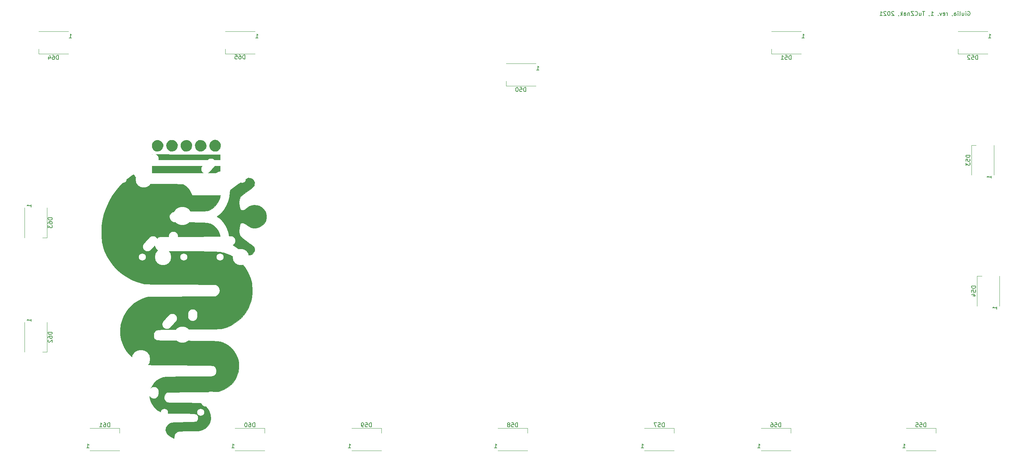
<source format=gbo>
%TF.GenerationSoftware,KiCad,Pcbnew,(5.1.10)-1*%
%TF.CreationDate,2021-08-29T21:53:33+02:00*%
%TF.ProjectId,giulia,6769756c-6961-42e6-9b69-6361645f7063,rev?*%
%TF.SameCoordinates,Original*%
%TF.FileFunction,Legend,Bot*%
%TF.FilePolarity,Positive*%
%FSLAX46Y46*%
G04 Gerber Fmt 4.6, Leading zero omitted, Abs format (unit mm)*
G04 Created by KiCad (PCBNEW (5.1.10)-1) date 2021-08-29 21:53:33*
%MOMM*%
%LPD*%
G01*
G04 APERTURE LIST*
%ADD10C,0.150000*%
%ADD11C,0.010000*%
%ADD12C,0.120000*%
%ADD13C,1.397000*%
%ADD14C,4.500000*%
%ADD15R,1.600000X1.600000*%
%ADD16O,1.600000X1.600000*%
%ADD17O,1.100000X1.650000*%
%ADD18O,1.700000X2.700000*%
%ADD19C,1.600000*%
%ADD20C,2.250000*%
%ADD21C,3.987800*%
%ADD22C,1.750000*%
%ADD23C,3.048000*%
%ADD24O,1.700000X1.700000*%
%ADD25R,1.700000X1.700000*%
%ADD26C,1.500000*%
%ADD27C,2.000000*%
%ADD28C,1.270000*%
%ADD29R,1.500000X1.000000*%
%ADD30R,1.000000X1.500000*%
G04 APERTURE END LIST*
D10*
X262284595Y-23884000D02*
X262379833Y-23836380D01*
X262522690Y-23836380D01*
X262665547Y-23884000D01*
X262760785Y-23979238D01*
X262808404Y-24074476D01*
X262856023Y-24264952D01*
X262856023Y-24407809D01*
X262808404Y-24598285D01*
X262760785Y-24693523D01*
X262665547Y-24788761D01*
X262522690Y-24836380D01*
X262427452Y-24836380D01*
X262284595Y-24788761D01*
X262236976Y-24741142D01*
X262236976Y-24407809D01*
X262427452Y-24407809D01*
X261808404Y-24836380D02*
X261808404Y-24169714D01*
X261808404Y-23836380D02*
X261856023Y-23884000D01*
X261808404Y-23931619D01*
X261760785Y-23884000D01*
X261808404Y-23836380D01*
X261808404Y-23931619D01*
X260903642Y-24169714D02*
X260903642Y-24836380D01*
X261332214Y-24169714D02*
X261332214Y-24693523D01*
X261284595Y-24788761D01*
X261189357Y-24836380D01*
X261046500Y-24836380D01*
X260951261Y-24788761D01*
X260903642Y-24741142D01*
X260284595Y-24836380D02*
X260379833Y-24788761D01*
X260427452Y-24693523D01*
X260427452Y-23836380D01*
X259903642Y-24836380D02*
X259903642Y-24169714D01*
X259903642Y-23836380D02*
X259951261Y-23884000D01*
X259903642Y-23931619D01*
X259856023Y-23884000D01*
X259903642Y-23836380D01*
X259903642Y-23931619D01*
X258998880Y-24836380D02*
X258998880Y-24312571D01*
X259046500Y-24217333D01*
X259141738Y-24169714D01*
X259332214Y-24169714D01*
X259427452Y-24217333D01*
X258998880Y-24788761D02*
X259094119Y-24836380D01*
X259332214Y-24836380D01*
X259427452Y-24788761D01*
X259475071Y-24693523D01*
X259475071Y-24598285D01*
X259427452Y-24503047D01*
X259332214Y-24455428D01*
X259094119Y-24455428D01*
X258998880Y-24407809D01*
X258475071Y-24788761D02*
X258475071Y-24836380D01*
X258522690Y-24931619D01*
X258570309Y-24979238D01*
X257284595Y-24836380D02*
X257284595Y-24169714D01*
X257284595Y-24360190D02*
X257236976Y-24264952D01*
X257189357Y-24217333D01*
X257094119Y-24169714D01*
X256998880Y-24169714D01*
X256284595Y-24788761D02*
X256379833Y-24836380D01*
X256570309Y-24836380D01*
X256665547Y-24788761D01*
X256713166Y-24693523D01*
X256713166Y-24312571D01*
X256665547Y-24217333D01*
X256570309Y-24169714D01*
X256379833Y-24169714D01*
X256284595Y-24217333D01*
X256236976Y-24312571D01*
X256236976Y-24407809D01*
X256713166Y-24503047D01*
X255903642Y-24169714D02*
X255665547Y-24836380D01*
X255427452Y-24169714D01*
X255046500Y-24741142D02*
X254998880Y-24788761D01*
X255046500Y-24836380D01*
X255094119Y-24788761D01*
X255046500Y-24741142D01*
X255046500Y-24836380D01*
X253284595Y-24836380D02*
X253856023Y-24836380D01*
X253570309Y-24836380D02*
X253570309Y-23836380D01*
X253665547Y-23979238D01*
X253760785Y-24074476D01*
X253856023Y-24122095D01*
X252808404Y-24788761D02*
X252808404Y-24836380D01*
X252856023Y-24931619D01*
X252903642Y-24979238D01*
X251760785Y-23836380D02*
X251189357Y-23836380D01*
X251475071Y-24836380D02*
X251475071Y-23836380D01*
X250427452Y-24169714D02*
X250427452Y-24836380D01*
X250856023Y-24169714D02*
X250856023Y-24693523D01*
X250808404Y-24788761D01*
X250713166Y-24836380D01*
X250570309Y-24836380D01*
X250475071Y-24788761D01*
X250427452Y-24741142D01*
X249379833Y-24741142D02*
X249427452Y-24788761D01*
X249570309Y-24836380D01*
X249665547Y-24836380D01*
X249808404Y-24788761D01*
X249903642Y-24693523D01*
X249951261Y-24598285D01*
X249998880Y-24407809D01*
X249998880Y-24264952D01*
X249951261Y-24074476D01*
X249903642Y-23979238D01*
X249808404Y-23884000D01*
X249665547Y-23836380D01*
X249570309Y-23836380D01*
X249427452Y-23884000D01*
X249379833Y-23931619D01*
X249046500Y-23836380D02*
X248379833Y-23836380D01*
X249046500Y-24836380D01*
X248379833Y-24836380D01*
X247998880Y-24169714D02*
X247998880Y-24836380D01*
X247998880Y-24264952D02*
X247951261Y-24217333D01*
X247856023Y-24169714D01*
X247713166Y-24169714D01*
X247617928Y-24217333D01*
X247570309Y-24312571D01*
X247570309Y-24836380D01*
X246665547Y-24836380D02*
X246665547Y-24312571D01*
X246713166Y-24217333D01*
X246808404Y-24169714D01*
X246998880Y-24169714D01*
X247094119Y-24217333D01*
X246665547Y-24788761D02*
X246760785Y-24836380D01*
X246998880Y-24836380D01*
X247094119Y-24788761D01*
X247141738Y-24693523D01*
X247141738Y-24598285D01*
X247094119Y-24503047D01*
X246998880Y-24455428D01*
X246760785Y-24455428D01*
X246665547Y-24407809D01*
X246189357Y-24836380D02*
X246189357Y-23836380D01*
X246094119Y-24455428D02*
X245808404Y-24836380D01*
X245808404Y-24169714D02*
X246189357Y-24550666D01*
X245332214Y-24788761D02*
X245332214Y-24836380D01*
X245379833Y-24931619D01*
X245427452Y-24979238D01*
X244189357Y-23931619D02*
X244141738Y-23884000D01*
X244046500Y-23836380D01*
X243808404Y-23836380D01*
X243713166Y-23884000D01*
X243665547Y-23931619D01*
X243617928Y-24026857D01*
X243617928Y-24122095D01*
X243665547Y-24264952D01*
X244236976Y-24836380D01*
X243617928Y-24836380D01*
X242998880Y-23836380D02*
X242903642Y-23836380D01*
X242808404Y-23884000D01*
X242760785Y-23931619D01*
X242713166Y-24026857D01*
X242665547Y-24217333D01*
X242665547Y-24455428D01*
X242713166Y-24645904D01*
X242760785Y-24741142D01*
X242808404Y-24788761D01*
X242903642Y-24836380D01*
X242998880Y-24836380D01*
X243094119Y-24788761D01*
X243141738Y-24741142D01*
X243189357Y-24645904D01*
X243236976Y-24455428D01*
X243236976Y-24217333D01*
X243189357Y-24026857D01*
X243141738Y-23931619D01*
X243094119Y-23884000D01*
X242998880Y-23836380D01*
X242284595Y-23931619D02*
X242236976Y-23884000D01*
X242141738Y-23836380D01*
X241903642Y-23836380D01*
X241808404Y-23884000D01*
X241760785Y-23931619D01*
X241713166Y-24026857D01*
X241713166Y-24122095D01*
X241760785Y-24264952D01*
X242332214Y-24836380D01*
X241713166Y-24836380D01*
X240760785Y-24836380D02*
X241332214Y-24836380D01*
X241046500Y-24836380D02*
X241046500Y-23836380D01*
X241141738Y-23979238D01*
X241236976Y-24074476D01*
X241332214Y-24122095D01*
D11*
%TO.C,G2*%
G36*
X57889854Y-63908232D02*
G01*
X57982013Y-64005479D01*
X58110482Y-64219136D01*
X58151274Y-64291278D01*
X58463404Y-64731212D01*
X58878298Y-65159399D01*
X59337378Y-65520679D01*
X59649807Y-65702369D01*
X59856170Y-65800778D01*
X60045652Y-65883757D01*
X60234408Y-65952712D01*
X60438592Y-66009047D01*
X60674360Y-66054167D01*
X60957866Y-66089477D01*
X61305265Y-66116381D01*
X61732712Y-66136285D01*
X62256361Y-66150592D01*
X62892367Y-66160708D01*
X63656885Y-66168037D01*
X64566071Y-66173984D01*
X65108667Y-66177037D01*
X66129450Y-66183038D01*
X66995192Y-66189316D01*
X67720183Y-66196560D01*
X68318714Y-66205459D01*
X68805076Y-66216703D01*
X69193560Y-66230982D01*
X69498458Y-66248986D01*
X69734059Y-66271402D01*
X69914655Y-66298922D01*
X70054538Y-66332235D01*
X70167997Y-66372029D01*
X70269325Y-66418996D01*
X70284475Y-66426761D01*
X70736625Y-66734665D01*
X71177542Y-67168903D01*
X71573489Y-67687977D01*
X71890725Y-68250390D01*
X72017900Y-68558833D01*
X72175746Y-69003333D01*
X79100309Y-69003333D01*
X79043893Y-69363166D01*
X78939529Y-69756561D01*
X78749869Y-70223252D01*
X78500800Y-70708815D01*
X78218211Y-71158829D01*
X78135978Y-71271880D01*
X77713600Y-71733516D01*
X77184541Y-72164263D01*
X76610698Y-72517259D01*
X76303697Y-72659167D01*
X76189000Y-72703856D01*
X76075781Y-72741331D01*
X75948304Y-72772408D01*
X75790837Y-72797903D01*
X75587645Y-72818633D01*
X75322995Y-72835413D01*
X74981152Y-72849059D01*
X74546382Y-72860388D01*
X74002952Y-72870215D01*
X73335128Y-72879357D01*
X72527177Y-72888629D01*
X71712667Y-72897284D01*
X70771206Y-72907398D01*
X69983994Y-72916774D01*
X69335950Y-72926156D01*
X68811996Y-72936285D01*
X68397052Y-72947906D01*
X68076039Y-72961761D01*
X67833877Y-72978594D01*
X67655489Y-72999147D01*
X67525794Y-73024165D01*
X67429714Y-73054389D01*
X67352168Y-73090563D01*
X67310288Y-73114244D01*
X66943987Y-73413712D01*
X66716922Y-73780631D01*
X66629182Y-74185954D01*
X66680853Y-74600637D01*
X66872023Y-74995635D01*
X67202778Y-75341903D01*
X67303369Y-75414818D01*
X67589041Y-75607333D01*
X71407687Y-75610287D01*
X72438986Y-75612506D01*
X73316946Y-75618306D01*
X74057550Y-75628986D01*
X74676777Y-75645843D01*
X75190607Y-75670174D01*
X75615020Y-75703278D01*
X75965998Y-75746452D01*
X76259521Y-75800994D01*
X76511568Y-75868203D01*
X76738120Y-75949375D01*
X76955158Y-76045809D01*
X76992286Y-76063827D01*
X77619509Y-76464862D01*
X78154054Y-77007222D01*
X78595321Y-77690120D01*
X78942709Y-78512768D01*
X79000745Y-78693597D01*
X79047860Y-78906415D01*
X79042710Y-79037213D01*
X79027375Y-79053248D01*
X78933196Y-79057247D01*
X78682039Y-79061535D01*
X78286257Y-79066033D01*
X77758205Y-79070664D01*
X77110237Y-79075351D01*
X76354707Y-79080017D01*
X75503969Y-79084583D01*
X74570379Y-79088973D01*
X73566289Y-79093108D01*
X72504054Y-79096913D01*
X71625694Y-79099651D01*
X64299721Y-79121000D01*
X63879468Y-79337293D01*
X63444001Y-79647503D01*
X63134996Y-80047709D01*
X62957884Y-80509474D01*
X62918098Y-81004363D01*
X63021070Y-81503942D01*
X63272231Y-81979775D01*
X63354328Y-82086269D01*
X63442679Y-82196544D01*
X63521632Y-82293157D01*
X63602367Y-82377012D01*
X63696063Y-82449015D01*
X63813901Y-82510069D01*
X63967060Y-82561079D01*
X64166720Y-82602950D01*
X64424062Y-82636585D01*
X64750265Y-82662891D01*
X65156509Y-82682770D01*
X65653974Y-82697128D01*
X66253839Y-82706869D01*
X66967286Y-82712898D01*
X67805494Y-82716119D01*
X68779642Y-82717436D01*
X69900911Y-82717755D01*
X71162333Y-82717973D01*
X72483886Y-82718719D01*
X73648445Y-82720416D01*
X74668348Y-82723696D01*
X75555934Y-82729194D01*
X76323542Y-82737543D01*
X76983509Y-82749377D01*
X77548176Y-82765329D01*
X78029880Y-82786034D01*
X78440960Y-82812125D01*
X78793754Y-82844235D01*
X79100602Y-82883000D01*
X79373842Y-82929051D01*
X79625813Y-82983023D01*
X79868853Y-83045551D01*
X80115300Y-83117266D01*
X80349018Y-83189813D01*
X81494214Y-83638134D01*
X82568705Y-84232475D01*
X83557912Y-84959321D01*
X84447252Y-85805160D01*
X85222144Y-86756477D01*
X85868007Y-87799759D01*
X86279925Y-88686340D01*
X86519684Y-89327822D01*
X86693105Y-89907628D01*
X86811423Y-90481669D01*
X86885873Y-91105857D01*
X86927690Y-91836106D01*
X86930783Y-91925398D01*
X86927734Y-92999070D01*
X86837654Y-93965289D01*
X86651730Y-94866790D01*
X86361146Y-95746306D01*
X85957087Y-96646571D01*
X85956873Y-96647000D01*
X85576671Y-97335965D01*
X85148798Y-97965674D01*
X84634459Y-98589773D01*
X84262615Y-98989662D01*
X83493508Y-99701385D01*
X82642647Y-100336053D01*
X81749500Y-100868240D01*
X80853538Y-101272519D01*
X80560333Y-101374700D01*
X80335224Y-101447947D01*
X80137027Y-101512427D01*
X79953998Y-101568756D01*
X79774391Y-101617549D01*
X79586458Y-101659421D01*
X79378456Y-101694989D01*
X79138637Y-101724867D01*
X78855255Y-101749670D01*
X78516566Y-101770015D01*
X78110822Y-101786516D01*
X77626278Y-101799789D01*
X77051188Y-101810449D01*
X76373806Y-101819112D01*
X75582386Y-101826393D01*
X74665182Y-101832907D01*
X73610449Y-101839269D01*
X72406440Y-101846096D01*
X71458667Y-101851538D01*
X70117301Y-101859101D01*
X68934731Y-101865679D01*
X67900432Y-101872086D01*
X67003874Y-101879134D01*
X66234533Y-101887636D01*
X65581879Y-101898406D01*
X65035386Y-101912256D01*
X64584528Y-101930000D01*
X64218776Y-101952450D01*
X63927605Y-101980420D01*
X63700485Y-102014723D01*
X63526892Y-102056172D01*
X63396297Y-102105579D01*
X63298173Y-102163759D01*
X63221994Y-102231523D01*
X63157231Y-102309686D01*
X63093359Y-102399059D01*
X63019850Y-102500457D01*
X63017543Y-102503486D01*
X62884947Y-102701439D01*
X62812987Y-102896070D01*
X62784187Y-103152230D01*
X62780333Y-103383687D01*
X62804870Y-103781030D01*
X62896267Y-104062627D01*
X63081208Y-104277228D01*
X63372800Y-104466168D01*
X63429648Y-104490658D01*
X63512605Y-104512355D01*
X63632283Y-104531515D01*
X63799291Y-104548394D01*
X64024239Y-104563248D01*
X64317738Y-104576334D01*
X64690397Y-104587909D01*
X65152827Y-104598229D01*
X65715638Y-104607551D01*
X66389439Y-104616131D01*
X67184841Y-104624225D01*
X68112454Y-104632091D01*
X69182889Y-104639983D01*
X70406754Y-104648160D01*
X71077667Y-104652424D01*
X72403262Y-104660522D01*
X73571148Y-104667710D01*
X74592940Y-104674844D01*
X75480252Y-104682777D01*
X76244699Y-104692363D01*
X76897896Y-104704458D01*
X77451457Y-104719916D01*
X77916997Y-104739591D01*
X78306132Y-104764339D01*
X78630475Y-104795013D01*
X78901642Y-104832468D01*
X79131247Y-104877558D01*
X79330906Y-104931139D01*
X79512232Y-104994065D01*
X79686842Y-105067189D01*
X79866349Y-105151368D01*
X80062368Y-105247454D01*
X80221667Y-105325176D01*
X81071049Y-105825393D01*
X81825416Y-106452327D01*
X82469575Y-107186962D01*
X82988332Y-108010282D01*
X83366493Y-108903271D01*
X83516026Y-109448380D01*
X83607461Y-110053377D01*
X83644419Y-110745148D01*
X83626889Y-111450129D01*
X83554858Y-112094760D01*
X83516524Y-112293619D01*
X83322778Y-112938836D01*
X83027446Y-113627977D01*
X82661365Y-114299427D01*
X82255369Y-114891570D01*
X82153335Y-115017514D01*
X81550483Y-115621778D01*
X80823750Y-116165119D01*
X80014729Y-116622569D01*
X79165011Y-116969163D01*
X78667001Y-117110241D01*
X78494648Y-117130672D01*
X78157387Y-117150356D01*
X77659644Y-117169194D01*
X77005841Y-117187089D01*
X76200405Y-117203942D01*
X75247759Y-117219656D01*
X74152328Y-117234133D01*
X72918537Y-117247276D01*
X72161780Y-117254076D01*
X66049227Y-117305666D01*
X65746644Y-117599027D01*
X65472593Y-117961489D01*
X65324287Y-118373810D01*
X65318794Y-118786809D01*
X65324434Y-118815584D01*
X65446302Y-119127076D01*
X65656378Y-119442060D01*
X65902651Y-119687295D01*
X65979941Y-119738696D01*
X66071660Y-119765887D01*
X66252712Y-119789731D01*
X66534050Y-119810621D01*
X66926629Y-119828949D01*
X67441400Y-119845108D01*
X68089318Y-119859490D01*
X68881336Y-119872487D01*
X69828407Y-119884491D01*
X70148379Y-119888000D01*
X74129758Y-119930333D01*
X74717603Y-120219859D01*
X75373952Y-120634572D01*
X75920624Y-121170484D01*
X76344138Y-121809438D01*
X76631016Y-122533280D01*
X76717688Y-122913819D01*
X76760877Y-123630064D01*
X76647595Y-124331441D01*
X76390005Y-124991310D01*
X76000270Y-125583033D01*
X75490555Y-126079974D01*
X75172412Y-126297914D01*
X74915694Y-126442993D01*
X74667223Y-126559366D01*
X74404652Y-126650135D01*
X74105632Y-126718399D01*
X73747814Y-126767260D01*
X73308850Y-126799816D01*
X72766390Y-126819168D01*
X72098087Y-126828416D01*
X71331818Y-126830666D01*
X70633209Y-126831157D01*
X70082450Y-126833620D01*
X69658057Y-126839545D01*
X69338547Y-126850418D01*
X69102436Y-126867730D01*
X68928242Y-126892967D01*
X68794481Y-126927617D01*
X68679671Y-126973170D01*
X68581730Y-127021166D01*
X68207526Y-127268497D01*
X67973990Y-127573486D01*
X67854885Y-127975474D01*
X67835939Y-128139488D01*
X67806078Y-128395086D01*
X67769642Y-128564688D01*
X67744016Y-128606743D01*
X67648690Y-128568348D01*
X67446482Y-128468873D01*
X67178885Y-128328832D01*
X67144820Y-128310529D01*
X66551009Y-127930456D01*
X66112674Y-127516663D01*
X65832816Y-127074883D01*
X65714438Y-126610844D01*
X65760541Y-126130279D01*
X65859235Y-125856273D01*
X66100113Y-125485529D01*
X66455519Y-125137550D01*
X66872811Y-124862070D01*
X66953318Y-124822687D01*
X67059495Y-124782479D01*
X67198826Y-124749363D01*
X67389538Y-124722254D01*
X67649856Y-124700065D01*
X67998006Y-124681710D01*
X68452214Y-124666103D01*
X69030707Y-124652156D01*
X69751710Y-124638784D01*
X70146333Y-124632368D01*
X70999055Y-124617026D01*
X71694355Y-124600087D01*
X72244141Y-124580955D01*
X72660323Y-124559032D01*
X72954808Y-124533722D01*
X73139506Y-124504429D01*
X73214623Y-124478656D01*
X73463077Y-124246608D01*
X73616430Y-123918387D01*
X73663870Y-123544688D01*
X73594582Y-123176205D01*
X73524020Y-123028264D01*
X73448911Y-122906798D01*
X73369668Y-122806082D01*
X73270624Y-122724166D01*
X73136112Y-122659098D01*
X72950466Y-122608927D01*
X72698018Y-122571703D01*
X72363102Y-122545475D01*
X71930051Y-122528292D01*
X71383197Y-122518203D01*
X70706874Y-122513257D01*
X69885415Y-122511504D01*
X69371538Y-122511196D01*
X68417802Y-122509632D01*
X67615390Y-122504613D01*
X66946298Y-122494326D01*
X66392524Y-122476956D01*
X65936066Y-122450692D01*
X65558921Y-122413719D01*
X65243088Y-122364226D01*
X64970563Y-122300399D01*
X64723344Y-122220424D01*
X64483429Y-122122489D01*
X64232816Y-122004782D01*
X64204311Y-121990789D01*
X63577521Y-121595585D01*
X63005070Y-121068151D01*
X62514406Y-120443445D01*
X62132983Y-119756422D01*
X61888251Y-119042038D01*
X61888086Y-119041333D01*
X61809333Y-118514444D01*
X61788055Y-117911452D01*
X61824103Y-117315482D01*
X61891943Y-116908868D01*
X62135190Y-116202181D01*
X62517733Y-115515245D01*
X63010495Y-114885812D01*
X63584398Y-114351637D01*
X64144201Y-113984616D01*
X64334632Y-113884755D01*
X64511837Y-113798331D01*
X64689067Y-113724372D01*
X64879574Y-113661903D01*
X65096612Y-113609950D01*
X65353432Y-113567539D01*
X65663286Y-113533696D01*
X66039427Y-113507447D01*
X66495107Y-113487819D01*
X67043578Y-113473836D01*
X67698092Y-113464525D01*
X68471902Y-113458912D01*
X69378260Y-113456023D01*
X70430418Y-113454884D01*
X71355553Y-113454584D01*
X72501859Y-113454224D01*
X73491368Y-113453161D01*
X74336614Y-113450599D01*
X75050133Y-113445740D01*
X75644459Y-113437788D01*
X76132128Y-113425946D01*
X76525675Y-113409418D01*
X76837636Y-113387407D01*
X77080545Y-113359116D01*
X77266938Y-113323748D01*
X77409350Y-113280508D01*
X77520317Y-113228598D01*
X77612373Y-113167221D01*
X77698054Y-113095581D01*
X77750736Y-113048137D01*
X78018848Y-112700852D01*
X78153232Y-112292970D01*
X78157939Y-111862331D01*
X78037022Y-111446777D01*
X77794531Y-111084149D01*
X77516203Y-110857870D01*
X77465661Y-110831286D01*
X77400164Y-110807765D01*
X77309236Y-110787043D01*
X77182400Y-110768860D01*
X77009179Y-110752952D01*
X76779097Y-110739057D01*
X76481675Y-110726914D01*
X76106438Y-110716259D01*
X75642909Y-110706831D01*
X75080610Y-110698368D01*
X74409064Y-110690607D01*
X73617795Y-110683286D01*
X72696326Y-110676143D01*
X71634179Y-110668915D01*
X70420878Y-110661341D01*
X69426667Y-110655401D01*
X68097239Y-110647463D01*
X66926074Y-110640139D01*
X65902101Y-110633132D01*
X65014253Y-110626148D01*
X64251459Y-110618891D01*
X63602651Y-110611065D01*
X63056759Y-110602377D01*
X62602715Y-110592529D01*
X62229450Y-110581228D01*
X61925895Y-110568177D01*
X61680980Y-110553081D01*
X61483636Y-110535646D01*
X61322796Y-110515575D01*
X61187388Y-110492573D01*
X61066346Y-110466345D01*
X60948598Y-110436596D01*
X60917667Y-110428384D01*
X59746397Y-110035218D01*
X58674348Y-109510857D01*
X57708721Y-108862520D01*
X56856714Y-108097424D01*
X56125529Y-107222788D01*
X55522366Y-106245831D01*
X55054424Y-105173771D01*
X54790121Y-104285267D01*
X54597673Y-103134809D01*
X54568648Y-101974633D01*
X54699127Y-100820924D01*
X54985193Y-99689863D01*
X55422926Y-98597634D01*
X56008409Y-97560421D01*
X56617984Y-96735731D01*
X57275943Y-96052378D01*
X58064323Y-95416625D01*
X58945866Y-94852456D01*
X59883315Y-94383859D01*
X60790667Y-94049387D01*
X61425667Y-93857289D01*
X77935667Y-93768333D01*
X78248899Y-93573565D01*
X78623914Y-93249988D01*
X78854754Y-92838695D01*
X78937023Y-92347558D01*
X78937081Y-92342206D01*
X78876907Y-91855860D01*
X78677269Y-91454978D01*
X78344581Y-91126876D01*
X78033650Y-90889666D01*
X69433325Y-90841925D01*
X68024239Y-90833912D01*
X66774127Y-90826291D01*
X65672630Y-90818840D01*
X64709392Y-90811340D01*
X63874053Y-90803570D01*
X63156255Y-90795309D01*
X62545641Y-90786338D01*
X62031851Y-90776435D01*
X61604528Y-90765380D01*
X61253314Y-90752952D01*
X60967851Y-90738932D01*
X60737780Y-90723097D01*
X60552742Y-90705229D01*
X60402381Y-90685107D01*
X60276338Y-90662509D01*
X60198000Y-90645328D01*
X58760505Y-90227383D01*
X57396533Y-89669003D01*
X56115839Y-88978875D01*
X54928179Y-88165687D01*
X53843310Y-87238124D01*
X52870988Y-86204874D01*
X52020970Y-85074625D01*
X51303010Y-83856062D01*
X50726866Y-82557874D01*
X50550186Y-82054808D01*
X50371696Y-81480891D01*
X50235127Y-80964830D01*
X50135313Y-80468347D01*
X50067092Y-79953162D01*
X50025298Y-79380996D01*
X50004770Y-78713570D01*
X50000231Y-77978000D01*
X50007980Y-77169944D01*
X50032703Y-76487889D01*
X50079880Y-75888892D01*
X50154993Y-75330013D01*
X50263522Y-74768308D01*
X50410950Y-74160836D01*
X50554751Y-73633720D01*
X51079809Y-72078434D01*
X51762173Y-70568710D01*
X52592540Y-69119852D01*
X53561608Y-67747162D01*
X54660074Y-66465943D01*
X55309438Y-65812089D01*
X55701543Y-65453298D01*
X56138988Y-65079293D01*
X56588082Y-64716533D01*
X57015134Y-64391478D01*
X57386453Y-64130587D01*
X57665334Y-63961874D01*
X57796721Y-63902121D01*
X57889854Y-63908232D01*
G37*
X57889854Y-63908232D02*
X57982013Y-64005479D01*
X58110482Y-64219136D01*
X58151274Y-64291278D01*
X58463404Y-64731212D01*
X58878298Y-65159399D01*
X59337378Y-65520679D01*
X59649807Y-65702369D01*
X59856170Y-65800778D01*
X60045652Y-65883757D01*
X60234408Y-65952712D01*
X60438592Y-66009047D01*
X60674360Y-66054167D01*
X60957866Y-66089477D01*
X61305265Y-66116381D01*
X61732712Y-66136285D01*
X62256361Y-66150592D01*
X62892367Y-66160708D01*
X63656885Y-66168037D01*
X64566071Y-66173984D01*
X65108667Y-66177037D01*
X66129450Y-66183038D01*
X66995192Y-66189316D01*
X67720183Y-66196560D01*
X68318714Y-66205459D01*
X68805076Y-66216703D01*
X69193560Y-66230982D01*
X69498458Y-66248986D01*
X69734059Y-66271402D01*
X69914655Y-66298922D01*
X70054538Y-66332235D01*
X70167997Y-66372029D01*
X70269325Y-66418996D01*
X70284475Y-66426761D01*
X70736625Y-66734665D01*
X71177542Y-67168903D01*
X71573489Y-67687977D01*
X71890725Y-68250390D01*
X72017900Y-68558833D01*
X72175746Y-69003333D01*
X79100309Y-69003333D01*
X79043893Y-69363166D01*
X78939529Y-69756561D01*
X78749869Y-70223252D01*
X78500800Y-70708815D01*
X78218211Y-71158829D01*
X78135978Y-71271880D01*
X77713600Y-71733516D01*
X77184541Y-72164263D01*
X76610698Y-72517259D01*
X76303697Y-72659167D01*
X76189000Y-72703856D01*
X76075781Y-72741331D01*
X75948304Y-72772408D01*
X75790837Y-72797903D01*
X75587645Y-72818633D01*
X75322995Y-72835413D01*
X74981152Y-72849059D01*
X74546382Y-72860388D01*
X74002952Y-72870215D01*
X73335128Y-72879357D01*
X72527177Y-72888629D01*
X71712667Y-72897284D01*
X70771206Y-72907398D01*
X69983994Y-72916774D01*
X69335950Y-72926156D01*
X68811996Y-72936285D01*
X68397052Y-72947906D01*
X68076039Y-72961761D01*
X67833877Y-72978594D01*
X67655489Y-72999147D01*
X67525794Y-73024165D01*
X67429714Y-73054389D01*
X67352168Y-73090563D01*
X67310288Y-73114244D01*
X66943987Y-73413712D01*
X66716922Y-73780631D01*
X66629182Y-74185954D01*
X66680853Y-74600637D01*
X66872023Y-74995635D01*
X67202778Y-75341903D01*
X67303369Y-75414818D01*
X67589041Y-75607333D01*
X71407687Y-75610287D01*
X72438986Y-75612506D01*
X73316946Y-75618306D01*
X74057550Y-75628986D01*
X74676777Y-75645843D01*
X75190607Y-75670174D01*
X75615020Y-75703278D01*
X75965998Y-75746452D01*
X76259521Y-75800994D01*
X76511568Y-75868203D01*
X76738120Y-75949375D01*
X76955158Y-76045809D01*
X76992286Y-76063827D01*
X77619509Y-76464862D01*
X78154054Y-77007222D01*
X78595321Y-77690120D01*
X78942709Y-78512768D01*
X79000745Y-78693597D01*
X79047860Y-78906415D01*
X79042710Y-79037213D01*
X79027375Y-79053248D01*
X78933196Y-79057247D01*
X78682039Y-79061535D01*
X78286257Y-79066033D01*
X77758205Y-79070664D01*
X77110237Y-79075351D01*
X76354707Y-79080017D01*
X75503969Y-79084583D01*
X74570379Y-79088973D01*
X73566289Y-79093108D01*
X72504054Y-79096913D01*
X71625694Y-79099651D01*
X64299721Y-79121000D01*
X63879468Y-79337293D01*
X63444001Y-79647503D01*
X63134996Y-80047709D01*
X62957884Y-80509474D01*
X62918098Y-81004363D01*
X63021070Y-81503942D01*
X63272231Y-81979775D01*
X63354328Y-82086269D01*
X63442679Y-82196544D01*
X63521632Y-82293157D01*
X63602367Y-82377012D01*
X63696063Y-82449015D01*
X63813901Y-82510069D01*
X63967060Y-82561079D01*
X64166720Y-82602950D01*
X64424062Y-82636585D01*
X64750265Y-82662891D01*
X65156509Y-82682770D01*
X65653974Y-82697128D01*
X66253839Y-82706869D01*
X66967286Y-82712898D01*
X67805494Y-82716119D01*
X68779642Y-82717436D01*
X69900911Y-82717755D01*
X71162333Y-82717973D01*
X72483886Y-82718719D01*
X73648445Y-82720416D01*
X74668348Y-82723696D01*
X75555934Y-82729194D01*
X76323542Y-82737543D01*
X76983509Y-82749377D01*
X77548176Y-82765329D01*
X78029880Y-82786034D01*
X78440960Y-82812125D01*
X78793754Y-82844235D01*
X79100602Y-82883000D01*
X79373842Y-82929051D01*
X79625813Y-82983023D01*
X79868853Y-83045551D01*
X80115300Y-83117266D01*
X80349018Y-83189813D01*
X81494214Y-83638134D01*
X82568705Y-84232475D01*
X83557912Y-84959321D01*
X84447252Y-85805160D01*
X85222144Y-86756477D01*
X85868007Y-87799759D01*
X86279925Y-88686340D01*
X86519684Y-89327822D01*
X86693105Y-89907628D01*
X86811423Y-90481669D01*
X86885873Y-91105857D01*
X86927690Y-91836106D01*
X86930783Y-91925398D01*
X86927734Y-92999070D01*
X86837654Y-93965289D01*
X86651730Y-94866790D01*
X86361146Y-95746306D01*
X85957087Y-96646571D01*
X85956873Y-96647000D01*
X85576671Y-97335965D01*
X85148798Y-97965674D01*
X84634459Y-98589773D01*
X84262615Y-98989662D01*
X83493508Y-99701385D01*
X82642647Y-100336053D01*
X81749500Y-100868240D01*
X80853538Y-101272519D01*
X80560333Y-101374700D01*
X80335224Y-101447947D01*
X80137027Y-101512427D01*
X79953998Y-101568756D01*
X79774391Y-101617549D01*
X79586458Y-101659421D01*
X79378456Y-101694989D01*
X79138637Y-101724867D01*
X78855255Y-101749670D01*
X78516566Y-101770015D01*
X78110822Y-101786516D01*
X77626278Y-101799789D01*
X77051188Y-101810449D01*
X76373806Y-101819112D01*
X75582386Y-101826393D01*
X74665182Y-101832907D01*
X73610449Y-101839269D01*
X72406440Y-101846096D01*
X71458667Y-101851538D01*
X70117301Y-101859101D01*
X68934731Y-101865679D01*
X67900432Y-101872086D01*
X67003874Y-101879134D01*
X66234533Y-101887636D01*
X65581879Y-101898406D01*
X65035386Y-101912256D01*
X64584528Y-101930000D01*
X64218776Y-101952450D01*
X63927605Y-101980420D01*
X63700485Y-102014723D01*
X63526892Y-102056172D01*
X63396297Y-102105579D01*
X63298173Y-102163759D01*
X63221994Y-102231523D01*
X63157231Y-102309686D01*
X63093359Y-102399059D01*
X63019850Y-102500457D01*
X63017543Y-102503486D01*
X62884947Y-102701439D01*
X62812987Y-102896070D01*
X62784187Y-103152230D01*
X62780333Y-103383687D01*
X62804870Y-103781030D01*
X62896267Y-104062627D01*
X63081208Y-104277228D01*
X63372800Y-104466168D01*
X63429648Y-104490658D01*
X63512605Y-104512355D01*
X63632283Y-104531515D01*
X63799291Y-104548394D01*
X64024239Y-104563248D01*
X64317738Y-104576334D01*
X64690397Y-104587909D01*
X65152827Y-104598229D01*
X65715638Y-104607551D01*
X66389439Y-104616131D01*
X67184841Y-104624225D01*
X68112454Y-104632091D01*
X69182889Y-104639983D01*
X70406754Y-104648160D01*
X71077667Y-104652424D01*
X72403262Y-104660522D01*
X73571148Y-104667710D01*
X74592940Y-104674844D01*
X75480252Y-104682777D01*
X76244699Y-104692363D01*
X76897896Y-104704458D01*
X77451457Y-104719916D01*
X77916997Y-104739591D01*
X78306132Y-104764339D01*
X78630475Y-104795013D01*
X78901642Y-104832468D01*
X79131247Y-104877558D01*
X79330906Y-104931139D01*
X79512232Y-104994065D01*
X79686842Y-105067189D01*
X79866349Y-105151368D01*
X80062368Y-105247454D01*
X80221667Y-105325176D01*
X81071049Y-105825393D01*
X81825416Y-106452327D01*
X82469575Y-107186962D01*
X82988332Y-108010282D01*
X83366493Y-108903271D01*
X83516026Y-109448380D01*
X83607461Y-110053377D01*
X83644419Y-110745148D01*
X83626889Y-111450129D01*
X83554858Y-112094760D01*
X83516524Y-112293619D01*
X83322778Y-112938836D01*
X83027446Y-113627977D01*
X82661365Y-114299427D01*
X82255369Y-114891570D01*
X82153335Y-115017514D01*
X81550483Y-115621778D01*
X80823750Y-116165119D01*
X80014729Y-116622569D01*
X79165011Y-116969163D01*
X78667001Y-117110241D01*
X78494648Y-117130672D01*
X78157387Y-117150356D01*
X77659644Y-117169194D01*
X77005841Y-117187089D01*
X76200405Y-117203942D01*
X75247759Y-117219656D01*
X74152328Y-117234133D01*
X72918537Y-117247276D01*
X72161780Y-117254076D01*
X66049227Y-117305666D01*
X65746644Y-117599027D01*
X65472593Y-117961489D01*
X65324287Y-118373810D01*
X65318794Y-118786809D01*
X65324434Y-118815584D01*
X65446302Y-119127076D01*
X65656378Y-119442060D01*
X65902651Y-119687295D01*
X65979941Y-119738696D01*
X66071660Y-119765887D01*
X66252712Y-119789731D01*
X66534050Y-119810621D01*
X66926629Y-119828949D01*
X67441400Y-119845108D01*
X68089318Y-119859490D01*
X68881336Y-119872487D01*
X69828407Y-119884491D01*
X70148379Y-119888000D01*
X74129758Y-119930333D01*
X74717603Y-120219859D01*
X75373952Y-120634572D01*
X75920624Y-121170484D01*
X76344138Y-121809438D01*
X76631016Y-122533280D01*
X76717688Y-122913819D01*
X76760877Y-123630064D01*
X76647595Y-124331441D01*
X76390005Y-124991310D01*
X76000270Y-125583033D01*
X75490555Y-126079974D01*
X75172412Y-126297914D01*
X74915694Y-126442993D01*
X74667223Y-126559366D01*
X74404652Y-126650135D01*
X74105632Y-126718399D01*
X73747814Y-126767260D01*
X73308850Y-126799816D01*
X72766390Y-126819168D01*
X72098087Y-126828416D01*
X71331818Y-126830666D01*
X70633209Y-126831157D01*
X70082450Y-126833620D01*
X69658057Y-126839545D01*
X69338547Y-126850418D01*
X69102436Y-126867730D01*
X68928242Y-126892967D01*
X68794481Y-126927617D01*
X68679671Y-126973170D01*
X68581730Y-127021166D01*
X68207526Y-127268497D01*
X67973990Y-127573486D01*
X67854885Y-127975474D01*
X67835939Y-128139488D01*
X67806078Y-128395086D01*
X67769642Y-128564688D01*
X67744016Y-128606743D01*
X67648690Y-128568348D01*
X67446482Y-128468873D01*
X67178885Y-128328832D01*
X67144820Y-128310529D01*
X66551009Y-127930456D01*
X66112674Y-127516663D01*
X65832816Y-127074883D01*
X65714438Y-126610844D01*
X65760541Y-126130279D01*
X65859235Y-125856273D01*
X66100113Y-125485529D01*
X66455519Y-125137550D01*
X66872811Y-124862070D01*
X66953318Y-124822687D01*
X67059495Y-124782479D01*
X67198826Y-124749363D01*
X67389538Y-124722254D01*
X67649856Y-124700065D01*
X67998006Y-124681710D01*
X68452214Y-124666103D01*
X69030707Y-124652156D01*
X69751710Y-124638784D01*
X70146333Y-124632368D01*
X70999055Y-124617026D01*
X71694355Y-124600087D01*
X72244141Y-124580955D01*
X72660323Y-124559032D01*
X72954808Y-124533722D01*
X73139506Y-124504429D01*
X73214623Y-124478656D01*
X73463077Y-124246608D01*
X73616430Y-123918387D01*
X73663870Y-123544688D01*
X73594582Y-123176205D01*
X73524020Y-123028264D01*
X73448911Y-122906798D01*
X73369668Y-122806082D01*
X73270624Y-122724166D01*
X73136112Y-122659098D01*
X72950466Y-122608927D01*
X72698018Y-122571703D01*
X72363102Y-122545475D01*
X71930051Y-122528292D01*
X71383197Y-122518203D01*
X70706874Y-122513257D01*
X69885415Y-122511504D01*
X69371538Y-122511196D01*
X68417802Y-122509632D01*
X67615390Y-122504613D01*
X66946298Y-122494326D01*
X66392524Y-122476956D01*
X65936066Y-122450692D01*
X65558921Y-122413719D01*
X65243088Y-122364226D01*
X64970563Y-122300399D01*
X64723344Y-122220424D01*
X64483429Y-122122489D01*
X64232816Y-122004782D01*
X64204311Y-121990789D01*
X63577521Y-121595585D01*
X63005070Y-121068151D01*
X62514406Y-120443445D01*
X62132983Y-119756422D01*
X61888251Y-119042038D01*
X61888086Y-119041333D01*
X61809333Y-118514444D01*
X61788055Y-117911452D01*
X61824103Y-117315482D01*
X61891943Y-116908868D01*
X62135190Y-116202181D01*
X62517733Y-115515245D01*
X63010495Y-114885812D01*
X63584398Y-114351637D01*
X64144201Y-113984616D01*
X64334632Y-113884755D01*
X64511837Y-113798331D01*
X64689067Y-113724372D01*
X64879574Y-113661903D01*
X65096612Y-113609950D01*
X65353432Y-113567539D01*
X65663286Y-113533696D01*
X66039427Y-113507447D01*
X66495107Y-113487819D01*
X67043578Y-113473836D01*
X67698092Y-113464525D01*
X68471902Y-113458912D01*
X69378260Y-113456023D01*
X70430418Y-113454884D01*
X71355553Y-113454584D01*
X72501859Y-113454224D01*
X73491368Y-113453161D01*
X74336614Y-113450599D01*
X75050133Y-113445740D01*
X75644459Y-113437788D01*
X76132128Y-113425946D01*
X76525675Y-113409418D01*
X76837636Y-113387407D01*
X77080545Y-113359116D01*
X77266938Y-113323748D01*
X77409350Y-113280508D01*
X77520317Y-113228598D01*
X77612373Y-113167221D01*
X77698054Y-113095581D01*
X77750736Y-113048137D01*
X78018848Y-112700852D01*
X78153232Y-112292970D01*
X78157939Y-111862331D01*
X78037022Y-111446777D01*
X77794531Y-111084149D01*
X77516203Y-110857870D01*
X77465661Y-110831286D01*
X77400164Y-110807765D01*
X77309236Y-110787043D01*
X77182400Y-110768860D01*
X77009179Y-110752952D01*
X76779097Y-110739057D01*
X76481675Y-110726914D01*
X76106438Y-110716259D01*
X75642909Y-110706831D01*
X75080610Y-110698368D01*
X74409064Y-110690607D01*
X73617795Y-110683286D01*
X72696326Y-110676143D01*
X71634179Y-110668915D01*
X70420878Y-110661341D01*
X69426667Y-110655401D01*
X68097239Y-110647463D01*
X66926074Y-110640139D01*
X65902101Y-110633132D01*
X65014253Y-110626148D01*
X64251459Y-110618891D01*
X63602651Y-110611065D01*
X63056759Y-110602377D01*
X62602715Y-110592529D01*
X62229450Y-110581228D01*
X61925895Y-110568177D01*
X61680980Y-110553081D01*
X61483636Y-110535646D01*
X61322796Y-110515575D01*
X61187388Y-110492573D01*
X61066346Y-110466345D01*
X60948598Y-110436596D01*
X60917667Y-110428384D01*
X59746397Y-110035218D01*
X58674348Y-109510857D01*
X57708721Y-108862520D01*
X56856714Y-108097424D01*
X56125529Y-107222788D01*
X55522366Y-106245831D01*
X55054424Y-105173771D01*
X54790121Y-104285267D01*
X54597673Y-103134809D01*
X54568648Y-101974633D01*
X54699127Y-100820924D01*
X54985193Y-99689863D01*
X55422926Y-98597634D01*
X56008409Y-97560421D01*
X56617984Y-96735731D01*
X57275943Y-96052378D01*
X58064323Y-95416625D01*
X58945866Y-94852456D01*
X59883315Y-94383859D01*
X60790667Y-94049387D01*
X61425667Y-93857289D01*
X77935667Y-93768333D01*
X78248899Y-93573565D01*
X78623914Y-93249988D01*
X78854754Y-92838695D01*
X78937023Y-92347558D01*
X78937081Y-92342206D01*
X78876907Y-91855860D01*
X78677269Y-91454978D01*
X78344581Y-91126876D01*
X78033650Y-90889666D01*
X69433325Y-90841925D01*
X68024239Y-90833912D01*
X66774127Y-90826291D01*
X65672630Y-90818840D01*
X64709392Y-90811340D01*
X63874053Y-90803570D01*
X63156255Y-90795309D01*
X62545641Y-90786338D01*
X62031851Y-90776435D01*
X61604528Y-90765380D01*
X61253314Y-90752952D01*
X60967851Y-90738932D01*
X60737780Y-90723097D01*
X60552742Y-90705229D01*
X60402381Y-90685107D01*
X60276338Y-90662509D01*
X60198000Y-90645328D01*
X58760505Y-90227383D01*
X57396533Y-89669003D01*
X56115839Y-88978875D01*
X54928179Y-88165687D01*
X53843310Y-87238124D01*
X52870988Y-86204874D01*
X52020970Y-85074625D01*
X51303010Y-83856062D01*
X50726866Y-82557874D01*
X50550186Y-82054808D01*
X50371696Y-81480891D01*
X50235127Y-80964830D01*
X50135313Y-80468347D01*
X50067092Y-79953162D01*
X50025298Y-79380996D01*
X50004770Y-78713570D01*
X50000231Y-77978000D01*
X50007980Y-77169944D01*
X50032703Y-76487889D01*
X50079880Y-75888892D01*
X50154993Y-75330013D01*
X50263522Y-74768308D01*
X50410950Y-74160836D01*
X50554751Y-73633720D01*
X51079809Y-72078434D01*
X51762173Y-70568710D01*
X52592540Y-69119852D01*
X53561608Y-67747162D01*
X54660074Y-66465943D01*
X55309438Y-65812089D01*
X55701543Y-65453298D01*
X56138988Y-65079293D01*
X56588082Y-64716533D01*
X57015134Y-64391478D01*
X57386453Y-64130587D01*
X57665334Y-63961874D01*
X57796721Y-63902121D01*
X57889854Y-63908232D01*
G36*
X86095413Y-64684343D02*
G01*
X86186017Y-64697412D01*
X86254954Y-64704802D01*
X86727190Y-64817632D01*
X87100269Y-65058595D01*
X87357573Y-65409841D01*
X87482482Y-65853517D01*
X87491836Y-66033367D01*
X87479017Y-66276630D01*
X87431173Y-66487986D01*
X87331355Y-66686843D01*
X87162614Y-66892613D01*
X86908003Y-67124706D01*
X86550573Y-67402531D01*
X86073374Y-67745498D01*
X85876258Y-67883587D01*
X85305722Y-68286706D01*
X84860004Y-68615569D01*
X84521119Y-68886920D01*
X84271082Y-69117503D01*
X84091908Y-69324061D01*
X83965610Y-69523337D01*
X83874205Y-69732077D01*
X83865934Y-69755126D01*
X83782837Y-70112400D01*
X83744503Y-70551481D01*
X83747502Y-71029851D01*
X83788408Y-71504992D01*
X83863790Y-71934384D01*
X83970222Y-72275509D01*
X84084568Y-72466505D01*
X84341792Y-72629174D01*
X84662390Y-72640630D01*
X85037545Y-72502831D01*
X85458437Y-72217737D01*
X85549865Y-72141021D01*
X86163189Y-71705879D01*
X86804242Y-71433307D01*
X87462952Y-71324810D01*
X88129250Y-71381894D01*
X88793065Y-71606065D01*
X88872012Y-71644232D01*
X89257358Y-71899838D01*
X89643104Y-72262886D01*
X89978458Y-72679405D01*
X90190679Y-73045408D01*
X90314935Y-73452400D01*
X90376523Y-73952156D01*
X90375352Y-74481227D01*
X90311336Y-74976167D01*
X90193898Y-75353333D01*
X89856881Y-75905249D01*
X89413941Y-76355342D01*
X88890838Y-76696845D01*
X88313331Y-76922988D01*
X87707177Y-77027003D01*
X87098137Y-77002120D01*
X86511968Y-76841571D01*
X85974429Y-76538587D01*
X85900841Y-76481452D01*
X85428268Y-76117879D01*
X85049317Y-75872304D01*
X84743681Y-75737452D01*
X84491049Y-75706047D01*
X84271115Y-75770813D01*
X84146304Y-75852884D01*
X83978026Y-76079772D01*
X83850655Y-76453327D01*
X83768467Y-76954890D01*
X83735735Y-77565805D01*
X83735333Y-77646827D01*
X83747429Y-78046486D01*
X83793929Y-78385894D01*
X83890154Y-78685832D01*
X84051421Y-78967078D01*
X84293051Y-79250412D01*
X84630363Y-79556613D01*
X85078676Y-79906460D01*
X85653309Y-80320733D01*
X85764097Y-80398665D01*
X86204344Y-80713816D01*
X86602644Y-81010640D01*
X86935619Y-81270775D01*
X87179891Y-81475858D01*
X87312082Y-81607527D01*
X87322707Y-81622912D01*
X87491325Y-82060054D01*
X87491889Y-82507904D01*
X87359626Y-82887983D01*
X87078993Y-83288890D01*
X86722148Y-83539893D01*
X86280972Y-83646125D01*
X86153567Y-83650666D01*
X85977610Y-83644972D01*
X85821048Y-83618101D01*
X85654239Y-83555374D01*
X85447540Y-83442109D01*
X85171309Y-83263628D01*
X84795905Y-83005248D01*
X84663254Y-82912576D01*
X84178813Y-82573532D01*
X83621856Y-82183582D01*
X83058518Y-81789037D01*
X82554929Y-81436207D01*
X82517168Y-81409743D01*
X81426002Y-80645000D01*
X81395152Y-80026711D01*
X81287983Y-79071574D01*
X81070060Y-78096461D01*
X80758595Y-77167959D01*
X80515318Y-76623333D01*
X80193991Y-76068139D01*
X79803817Y-75531242D01*
X79374761Y-75045729D01*
X78936790Y-74644686D01*
X78519868Y-74361197D01*
X78422500Y-74312598D01*
X78271792Y-74225318D01*
X78257431Y-74141766D01*
X78386495Y-74032334D01*
X78507167Y-73958579D01*
X78845689Y-73716425D01*
X79229681Y-73372222D01*
X79617012Y-72968834D01*
X79965556Y-72549127D01*
X80155723Y-72281182D01*
X80660655Y-71362400D01*
X81049619Y-70345542D01*
X81311178Y-69265747D01*
X81419811Y-68396763D01*
X81473658Y-67663194D01*
X82860944Y-66703430D01*
X83578233Y-66206620D01*
X84169357Y-65796910D01*
X84648153Y-65466150D01*
X85028460Y-65206190D01*
X85324119Y-65008881D01*
X85548967Y-64866075D01*
X85716843Y-64769620D01*
X85841587Y-64711370D01*
X85937037Y-64683173D01*
X86017033Y-64676880D01*
X86095413Y-64684343D01*
G37*
X86095413Y-64684343D02*
X86186017Y-64697412D01*
X86254954Y-64704802D01*
X86727190Y-64817632D01*
X87100269Y-65058595D01*
X87357573Y-65409841D01*
X87482482Y-65853517D01*
X87491836Y-66033367D01*
X87479017Y-66276630D01*
X87431173Y-66487986D01*
X87331355Y-66686843D01*
X87162614Y-66892613D01*
X86908003Y-67124706D01*
X86550573Y-67402531D01*
X86073374Y-67745498D01*
X85876258Y-67883587D01*
X85305722Y-68286706D01*
X84860004Y-68615569D01*
X84521119Y-68886920D01*
X84271082Y-69117503D01*
X84091908Y-69324061D01*
X83965610Y-69523337D01*
X83874205Y-69732077D01*
X83865934Y-69755126D01*
X83782837Y-70112400D01*
X83744503Y-70551481D01*
X83747502Y-71029851D01*
X83788408Y-71504992D01*
X83863790Y-71934384D01*
X83970222Y-72275509D01*
X84084568Y-72466505D01*
X84341792Y-72629174D01*
X84662390Y-72640630D01*
X85037545Y-72502831D01*
X85458437Y-72217737D01*
X85549865Y-72141021D01*
X86163189Y-71705879D01*
X86804242Y-71433307D01*
X87462952Y-71324810D01*
X88129250Y-71381894D01*
X88793065Y-71606065D01*
X88872012Y-71644232D01*
X89257358Y-71899838D01*
X89643104Y-72262886D01*
X89978458Y-72679405D01*
X90190679Y-73045408D01*
X90314935Y-73452400D01*
X90376523Y-73952156D01*
X90375352Y-74481227D01*
X90311336Y-74976167D01*
X90193898Y-75353333D01*
X89856881Y-75905249D01*
X89413941Y-76355342D01*
X88890838Y-76696845D01*
X88313331Y-76922988D01*
X87707177Y-77027003D01*
X87098137Y-77002120D01*
X86511968Y-76841571D01*
X85974429Y-76538587D01*
X85900841Y-76481452D01*
X85428268Y-76117879D01*
X85049317Y-75872304D01*
X84743681Y-75737452D01*
X84491049Y-75706047D01*
X84271115Y-75770813D01*
X84146304Y-75852884D01*
X83978026Y-76079772D01*
X83850655Y-76453327D01*
X83768467Y-76954890D01*
X83735735Y-77565805D01*
X83735333Y-77646827D01*
X83747429Y-78046486D01*
X83793929Y-78385894D01*
X83890154Y-78685832D01*
X84051421Y-78967078D01*
X84293051Y-79250412D01*
X84630363Y-79556613D01*
X85078676Y-79906460D01*
X85653309Y-80320733D01*
X85764097Y-80398665D01*
X86204344Y-80713816D01*
X86602644Y-81010640D01*
X86935619Y-81270775D01*
X87179891Y-81475858D01*
X87312082Y-81607527D01*
X87322707Y-81622912D01*
X87491325Y-82060054D01*
X87491889Y-82507904D01*
X87359626Y-82887983D01*
X87078993Y-83288890D01*
X86722148Y-83539893D01*
X86280972Y-83646125D01*
X86153567Y-83650666D01*
X85977610Y-83644972D01*
X85821048Y-83618101D01*
X85654239Y-83555374D01*
X85447540Y-83442109D01*
X85171309Y-83263628D01*
X84795905Y-83005248D01*
X84663254Y-82912576D01*
X84178813Y-82573532D01*
X83621856Y-82183582D01*
X83058518Y-81789037D01*
X82554929Y-81436207D01*
X82517168Y-81409743D01*
X81426002Y-80645000D01*
X81395152Y-80026711D01*
X81287983Y-79071574D01*
X81070060Y-78096461D01*
X80758595Y-77167959D01*
X80515318Y-76623333D01*
X80193991Y-76068139D01*
X79803817Y-75531242D01*
X79374761Y-75045729D01*
X78936790Y-74644686D01*
X78519868Y-74361197D01*
X78422500Y-74312598D01*
X78271792Y-74225318D01*
X78257431Y-74141766D01*
X78386495Y-74032334D01*
X78507167Y-73958579D01*
X78845689Y-73716425D01*
X79229681Y-73372222D01*
X79617012Y-72968834D01*
X79965556Y-72549127D01*
X80155723Y-72281182D01*
X80660655Y-71362400D01*
X81049619Y-70345542D01*
X81311178Y-69265747D01*
X81419811Y-68396763D01*
X81473658Y-67663194D01*
X82860944Y-66703430D01*
X83578233Y-66206620D01*
X84169357Y-65796910D01*
X84648153Y-65466150D01*
X85028460Y-65206190D01*
X85324119Y-65008881D01*
X85548967Y-64866075D01*
X85716843Y-64769620D01*
X85841587Y-64711370D01*
X85937037Y-64683173D01*
X86017033Y-64676880D01*
X86095413Y-64684343D01*
G36*
X79036333Y-61804983D02*
G01*
X79046740Y-62546607D01*
X79047025Y-62893576D01*
X79038824Y-63180744D01*
X79023775Y-63362201D01*
X79016515Y-63394115D01*
X78977656Y-63412287D01*
X78870270Y-63428397D01*
X78685999Y-63442554D01*
X78416481Y-63454862D01*
X78053358Y-63465428D01*
X77588270Y-63474358D01*
X77012856Y-63481759D01*
X76318758Y-63487737D01*
X75497616Y-63492398D01*
X74541070Y-63495848D01*
X73440761Y-63498194D01*
X72188328Y-63499542D01*
X70775413Y-63499998D01*
X70687608Y-63500000D01*
X62399333Y-63500000D01*
X62399333Y-61764333D01*
X79036333Y-61804983D01*
G37*
X79036333Y-61804983D02*
X79046740Y-62546607D01*
X79047025Y-62893576D01*
X79038824Y-63180744D01*
X79023775Y-63362201D01*
X79016515Y-63394115D01*
X78977656Y-63412287D01*
X78870270Y-63428397D01*
X78685999Y-63442554D01*
X78416481Y-63454862D01*
X78053358Y-63465428D01*
X77588270Y-63474358D01*
X77012856Y-63481759D01*
X76318758Y-63487737D01*
X75497616Y-63492398D01*
X74541070Y-63495848D01*
X73440761Y-63498194D01*
X72188328Y-63499542D01*
X70775413Y-63499998D01*
X70687608Y-63500000D01*
X62399333Y-63500000D01*
X62399333Y-61764333D01*
X79036333Y-61804983D01*
G36*
X70722549Y-58948752D02*
G01*
X79032845Y-58970333D01*
X79062576Y-59626500D01*
X79092307Y-60282666D01*
X70724653Y-60282865D01*
X62357000Y-60283064D01*
X62384627Y-59605118D01*
X62412253Y-58927172D01*
X70722549Y-58948752D01*
G37*
X70722549Y-58948752D02*
X79032845Y-58970333D01*
X79062576Y-59626500D01*
X79092307Y-60282666D01*
X70724653Y-60282865D01*
X62357000Y-60283064D01*
X62384627Y-59605118D01*
X62412253Y-58927172D01*
X70722549Y-58948752D01*
G36*
X63898569Y-55403466D02*
G01*
X64349893Y-55562500D01*
X64681952Y-55811858D01*
X64938969Y-56161729D01*
X65085751Y-56556167D01*
X65106807Y-56765773D01*
X65037423Y-57138593D01*
X64859868Y-57518616D01*
X64612567Y-57831573D01*
X64512458Y-57914522D01*
X64157879Y-58079640D01*
X63737826Y-58147038D01*
X63324435Y-58110935D01*
X63091875Y-58028411D01*
X62727948Y-57758469D01*
X62483595Y-57403147D01*
X62359610Y-56996512D01*
X62356791Y-56572627D01*
X62475931Y-56165557D01*
X62717827Y-55809368D01*
X63034333Y-55564241D01*
X63464129Y-55402489D01*
X63898569Y-55403466D01*
G37*
X63898569Y-55403466D02*
X64349893Y-55562500D01*
X64681952Y-55811858D01*
X64938969Y-56161729D01*
X65085751Y-56556167D01*
X65106807Y-56765773D01*
X65037423Y-57138593D01*
X64859868Y-57518616D01*
X64612567Y-57831573D01*
X64512458Y-57914522D01*
X64157879Y-58079640D01*
X63737826Y-58147038D01*
X63324435Y-58110935D01*
X63091875Y-58028411D01*
X62727948Y-57758469D01*
X62483595Y-57403147D01*
X62359610Y-56996512D01*
X62356791Y-56572627D01*
X62475931Y-56165557D01*
X62717827Y-55809368D01*
X63034333Y-55564241D01*
X63464129Y-55402489D01*
X63898569Y-55403466D01*
G36*
X67558377Y-55428156D02*
G01*
X67927673Y-55589225D01*
X68241597Y-55844948D01*
X68474163Y-56178435D01*
X68599386Y-56572796D01*
X68591279Y-57011139D01*
X68570328Y-57106715D01*
X68382789Y-57533281D01*
X68081076Y-57863364D01*
X67697657Y-58080070D01*
X67264997Y-58166507D01*
X66815561Y-58105780D01*
X66717377Y-58070880D01*
X66329273Y-57829936D01*
X66048157Y-57474474D01*
X65894043Y-57035272D01*
X65870667Y-56768999D01*
X65936521Y-56304454D01*
X66144260Y-55918813D01*
X66378118Y-55681787D01*
X66757614Y-55457547D01*
X67159696Y-55378633D01*
X67558377Y-55428156D01*
G37*
X67558377Y-55428156D02*
X67927673Y-55589225D01*
X68241597Y-55844948D01*
X68474163Y-56178435D01*
X68599386Y-56572796D01*
X68591279Y-57011139D01*
X68570328Y-57106715D01*
X68382789Y-57533281D01*
X68081076Y-57863364D01*
X67697657Y-58080070D01*
X67264997Y-58166507D01*
X66815561Y-58105780D01*
X66717377Y-58070880D01*
X66329273Y-57829936D01*
X66048157Y-57474474D01*
X65894043Y-57035272D01*
X65870667Y-56768999D01*
X65936521Y-56304454D01*
X66144260Y-55918813D01*
X66378118Y-55681787D01*
X66757614Y-55457547D01*
X67159696Y-55378633D01*
X67558377Y-55428156D01*
G36*
X70883597Y-55396026D02*
G01*
X71331004Y-55507702D01*
X71686227Y-55737054D01*
X71942064Y-56055294D01*
X72091313Y-56433635D01*
X72126774Y-56843289D01*
X72041245Y-57255468D01*
X71827524Y-57641384D01*
X71520446Y-57941844D01*
X71223966Y-58078883D01*
X70844280Y-58141935D01*
X70452525Y-58126677D01*
X70119836Y-58028786D01*
X70116635Y-58027165D01*
X69804999Y-57785591D01*
X69551554Y-57434071D01*
X69394166Y-57030767D01*
X69367459Y-56876382D01*
X69398760Y-56438552D01*
X69571415Y-56045011D01*
X69858393Y-55722150D01*
X70232664Y-55496363D01*
X70667195Y-55394043D01*
X70883597Y-55396026D01*
G37*
X70883597Y-55396026D02*
X71331004Y-55507702D01*
X71686227Y-55737054D01*
X71942064Y-56055294D01*
X72091313Y-56433635D01*
X72126774Y-56843289D01*
X72041245Y-57255468D01*
X71827524Y-57641384D01*
X71520446Y-57941844D01*
X71223966Y-58078883D01*
X70844280Y-58141935D01*
X70452525Y-58126677D01*
X70119836Y-58028786D01*
X70116635Y-58027165D01*
X69804999Y-57785591D01*
X69551554Y-57434071D01*
X69394166Y-57030767D01*
X69367459Y-56876382D01*
X69398760Y-56438552D01*
X69571415Y-56045011D01*
X69858393Y-55722150D01*
X70232664Y-55496363D01*
X70667195Y-55394043D01*
X70883597Y-55396026D01*
G36*
X74714969Y-55464215D02*
G01*
X75108497Y-55662218D01*
X75420659Y-55981554D01*
X75452950Y-56031189D01*
X75607707Y-56426258D01*
X75643450Y-56873580D01*
X75559261Y-57304903D01*
X75472591Y-57492065D01*
X75187901Y-57822198D01*
X74805569Y-58046399D01*
X74370125Y-58150721D01*
X73926096Y-58121220D01*
X73702333Y-58046480D01*
X73326240Y-57796316D01*
X73065646Y-57453256D01*
X72924344Y-57051666D01*
X72906129Y-56625912D01*
X73014794Y-56210361D01*
X73254132Y-55839378D01*
X73439890Y-55669033D01*
X73841296Y-55460539D01*
X74279446Y-55394628D01*
X74714969Y-55464215D01*
G37*
X74714969Y-55464215D02*
X75108497Y-55662218D01*
X75420659Y-55981554D01*
X75452950Y-56031189D01*
X75607707Y-56426258D01*
X75643450Y-56873580D01*
X75559261Y-57304903D01*
X75472591Y-57492065D01*
X75187901Y-57822198D01*
X74805569Y-58046399D01*
X74370125Y-58150721D01*
X73926096Y-58121220D01*
X73702333Y-58046480D01*
X73326240Y-57796316D01*
X73065646Y-57453256D01*
X72924344Y-57051666D01*
X72906129Y-56625912D01*
X73014794Y-56210361D01*
X73254132Y-55839378D01*
X73439890Y-55669033D01*
X73841296Y-55460539D01*
X74279446Y-55394628D01*
X74714969Y-55464215D01*
G36*
X78191603Y-55428934D02*
G01*
X78582279Y-55623981D01*
X78655882Y-55681787D01*
X78971223Y-56045687D01*
X79141078Y-56462840D01*
X79166859Y-56902268D01*
X79049977Y-57332994D01*
X78791844Y-57724040D01*
X78553011Y-57939291D01*
X78217822Y-58094802D01*
X77811012Y-58148880D01*
X77397867Y-58099744D01*
X77096485Y-57979044D01*
X76757714Y-57687530D01*
X76528594Y-57294640D01*
X76433918Y-56845533D01*
X76432920Y-56770341D01*
X76511931Y-56318481D01*
X76715094Y-55939080D01*
X77013526Y-55646281D01*
X77378343Y-55454228D01*
X77780663Y-55377065D01*
X78191603Y-55428934D01*
G37*
X78191603Y-55428934D02*
X78582279Y-55623981D01*
X78655882Y-55681787D01*
X78971223Y-56045687D01*
X79141078Y-56462840D01*
X79166859Y-56902268D01*
X79049977Y-57332994D01*
X78791844Y-57724040D01*
X78553011Y-57939291D01*
X78217822Y-58094802D01*
X77811012Y-58148880D01*
X77397867Y-58099744D01*
X77096485Y-57979044D01*
X76757714Y-57687530D01*
X76528594Y-57294640D01*
X76433918Y-56845533D01*
X76432920Y-56770341D01*
X76511931Y-56318481D01*
X76715094Y-55939080D01*
X77013526Y-55646281D01*
X77378343Y-55454228D01*
X77780663Y-55377065D01*
X78191603Y-55428934D01*
D12*
%TO.C,D65*%
X80297000Y-34246000D02*
X80297000Y-33096000D01*
X87597000Y-34246000D02*
X80297000Y-34246000D01*
X87597000Y-28746000D02*
X80297000Y-28746000D01*
%TO.C,D64*%
X34577000Y-34246000D02*
X34577000Y-33096000D01*
X41877000Y-34246000D02*
X34577000Y-34246000D01*
X41877000Y-28746000D02*
X34577000Y-28746000D01*
%TO.C,D63*%
X36659000Y-79342000D02*
X35509000Y-79342000D01*
X36659000Y-72042000D02*
X36659000Y-79342000D01*
X31159000Y-72042000D02*
X31159000Y-79342000D01*
%TO.C,D62*%
X36659000Y-107409000D02*
X35509000Y-107409000D01*
X36659000Y-100109000D02*
X36659000Y-107409000D01*
X31159000Y-100109000D02*
X31159000Y-107409000D01*
%TO.C,D61*%
X54450000Y-126155000D02*
X54450000Y-127305000D01*
X47150000Y-126155000D02*
X54450000Y-126155000D01*
X47150000Y-131655000D02*
X54450000Y-131655000D01*
%TO.C,D60*%
X90010000Y-126155000D02*
X90010000Y-127305000D01*
X82710000Y-126155000D02*
X90010000Y-126155000D01*
X82710000Y-131655000D02*
X90010000Y-131655000D01*
%TO.C,D59*%
X118585000Y-126155000D02*
X118585000Y-127305000D01*
X111285000Y-126155000D02*
X118585000Y-126155000D01*
X111285000Y-131655000D02*
X118585000Y-131655000D01*
%TO.C,D58*%
X154399000Y-126155000D02*
X154399000Y-127305000D01*
X147099000Y-126155000D02*
X154399000Y-126155000D01*
X147099000Y-131655000D02*
X154399000Y-131655000D01*
%TO.C,D57*%
X190340000Y-126155000D02*
X190340000Y-127305000D01*
X183040000Y-126155000D02*
X190340000Y-126155000D01*
X183040000Y-131655000D02*
X190340000Y-131655000D01*
%TO.C,D56*%
X218915000Y-126155000D02*
X218915000Y-127305000D01*
X211615000Y-126155000D02*
X218915000Y-126155000D01*
X211615000Y-131655000D02*
X218915000Y-131655000D01*
%TO.C,D55*%
X254475000Y-126155000D02*
X254475000Y-127305000D01*
X247175000Y-126155000D02*
X254475000Y-126155000D01*
X247175000Y-131655000D02*
X254475000Y-131655000D01*
%TO.C,D54*%
X264585000Y-88806000D02*
X265735000Y-88806000D01*
X264585000Y-96106000D02*
X264585000Y-88806000D01*
X270085000Y-96106000D02*
X270085000Y-88806000D01*
%TO.C,D53*%
X263188000Y-56675000D02*
X264338000Y-56675000D01*
X263188000Y-63975000D02*
X263188000Y-56675000D01*
X268688000Y-63975000D02*
X268688000Y-56675000D01*
%TO.C,D52*%
X259875000Y-34246000D02*
X259875000Y-33096000D01*
X267175000Y-34246000D02*
X259875000Y-34246000D01*
X267175000Y-28746000D02*
X259875000Y-28746000D01*
%TO.C,D51*%
X214155000Y-34246000D02*
X214155000Y-33096000D01*
X221455000Y-34246000D02*
X214155000Y-34246000D01*
X221455000Y-28746000D02*
X214155000Y-28746000D01*
%TO.C,D50*%
X149131000Y-42120000D02*
X149131000Y-40970000D01*
X156431000Y-42120000D02*
X149131000Y-42120000D01*
X156431000Y-36620000D02*
X149131000Y-36620000D01*
%TO.C,D65*%
D10*
X85161285Y-35504380D02*
X85161285Y-34504380D01*
X84923190Y-34504380D01*
X84780333Y-34552000D01*
X84685095Y-34647238D01*
X84637476Y-34742476D01*
X84589857Y-34932952D01*
X84589857Y-35075809D01*
X84637476Y-35266285D01*
X84685095Y-35361523D01*
X84780333Y-35456761D01*
X84923190Y-35504380D01*
X85161285Y-35504380D01*
X83732714Y-34504380D02*
X83923190Y-34504380D01*
X84018428Y-34552000D01*
X84066047Y-34599619D01*
X84161285Y-34742476D01*
X84208904Y-34932952D01*
X84208904Y-35313904D01*
X84161285Y-35409142D01*
X84113666Y-35456761D01*
X84018428Y-35504380D01*
X83827952Y-35504380D01*
X83732714Y-35456761D01*
X83685095Y-35409142D01*
X83637476Y-35313904D01*
X83637476Y-35075809D01*
X83685095Y-34980571D01*
X83732714Y-34932952D01*
X83827952Y-34885333D01*
X84018428Y-34885333D01*
X84113666Y-34932952D01*
X84161285Y-34980571D01*
X84208904Y-35075809D01*
X82732714Y-34504380D02*
X83208904Y-34504380D01*
X83256523Y-34980571D01*
X83208904Y-34932952D01*
X83113666Y-34885333D01*
X82875571Y-34885333D01*
X82780333Y-34932952D01*
X82732714Y-34980571D01*
X82685095Y-35075809D01*
X82685095Y-35313904D01*
X82732714Y-35409142D01*
X82780333Y-35456761D01*
X82875571Y-35504380D01*
X83113666Y-35504380D01*
X83208904Y-35456761D01*
X83256523Y-35409142D01*
X87811285Y-30348380D02*
X88382714Y-30348380D01*
X88097000Y-30348380D02*
X88097000Y-29348380D01*
X88192238Y-29491238D01*
X88287476Y-29586476D01*
X88382714Y-29634095D01*
%TO.C,D64*%
X39441285Y-35631380D02*
X39441285Y-34631380D01*
X39203190Y-34631380D01*
X39060333Y-34679000D01*
X38965095Y-34774238D01*
X38917476Y-34869476D01*
X38869857Y-35059952D01*
X38869857Y-35202809D01*
X38917476Y-35393285D01*
X38965095Y-35488523D01*
X39060333Y-35583761D01*
X39203190Y-35631380D01*
X39441285Y-35631380D01*
X38012714Y-34631380D02*
X38203190Y-34631380D01*
X38298428Y-34679000D01*
X38346047Y-34726619D01*
X38441285Y-34869476D01*
X38488904Y-35059952D01*
X38488904Y-35440904D01*
X38441285Y-35536142D01*
X38393666Y-35583761D01*
X38298428Y-35631380D01*
X38107952Y-35631380D01*
X38012714Y-35583761D01*
X37965095Y-35536142D01*
X37917476Y-35440904D01*
X37917476Y-35202809D01*
X37965095Y-35107571D01*
X38012714Y-35059952D01*
X38107952Y-35012333D01*
X38298428Y-35012333D01*
X38393666Y-35059952D01*
X38441285Y-35107571D01*
X38488904Y-35202809D01*
X37060333Y-34964714D02*
X37060333Y-35631380D01*
X37298428Y-34583761D02*
X37536523Y-35298047D01*
X36917476Y-35298047D01*
X42091285Y-30348380D02*
X42662714Y-30348380D01*
X42377000Y-30348380D02*
X42377000Y-29348380D01*
X42472238Y-29491238D01*
X42567476Y-29586476D01*
X42662714Y-29634095D01*
%TO.C,D63*%
X37917380Y-74477714D02*
X36917380Y-74477714D01*
X36917380Y-74715809D01*
X36965000Y-74858666D01*
X37060238Y-74953904D01*
X37155476Y-75001523D01*
X37345952Y-75049142D01*
X37488809Y-75049142D01*
X37679285Y-75001523D01*
X37774523Y-74953904D01*
X37869761Y-74858666D01*
X37917380Y-74715809D01*
X37917380Y-74477714D01*
X36917380Y-75906285D02*
X36917380Y-75715809D01*
X36965000Y-75620571D01*
X37012619Y-75572952D01*
X37155476Y-75477714D01*
X37345952Y-75430095D01*
X37726904Y-75430095D01*
X37822142Y-75477714D01*
X37869761Y-75525333D01*
X37917380Y-75620571D01*
X37917380Y-75811047D01*
X37869761Y-75906285D01*
X37822142Y-75953904D01*
X37726904Y-76001523D01*
X37488809Y-76001523D01*
X37393571Y-75953904D01*
X37345952Y-75906285D01*
X37298333Y-75811047D01*
X37298333Y-75620571D01*
X37345952Y-75525333D01*
X37393571Y-75477714D01*
X37488809Y-75430095D01*
X36917380Y-76334857D02*
X36917380Y-76953904D01*
X37298333Y-76620571D01*
X37298333Y-76763428D01*
X37345952Y-76858666D01*
X37393571Y-76906285D01*
X37488809Y-76953904D01*
X37726904Y-76953904D01*
X37822142Y-76906285D01*
X37869761Y-76858666D01*
X37917380Y-76763428D01*
X37917380Y-76477714D01*
X37869761Y-76382476D01*
X37822142Y-76334857D01*
X32761380Y-71827714D02*
X32761380Y-71256285D01*
X32761380Y-71542000D02*
X31761380Y-71542000D01*
X31904238Y-71446761D01*
X31999476Y-71351523D01*
X32047095Y-71256285D01*
%TO.C,D62*%
X37917380Y-102544714D02*
X36917380Y-102544714D01*
X36917380Y-102782809D01*
X36965000Y-102925666D01*
X37060238Y-103020904D01*
X37155476Y-103068523D01*
X37345952Y-103116142D01*
X37488809Y-103116142D01*
X37679285Y-103068523D01*
X37774523Y-103020904D01*
X37869761Y-102925666D01*
X37917380Y-102782809D01*
X37917380Y-102544714D01*
X36917380Y-103973285D02*
X36917380Y-103782809D01*
X36965000Y-103687571D01*
X37012619Y-103639952D01*
X37155476Y-103544714D01*
X37345952Y-103497095D01*
X37726904Y-103497095D01*
X37822142Y-103544714D01*
X37869761Y-103592333D01*
X37917380Y-103687571D01*
X37917380Y-103878047D01*
X37869761Y-103973285D01*
X37822142Y-104020904D01*
X37726904Y-104068523D01*
X37488809Y-104068523D01*
X37393571Y-104020904D01*
X37345952Y-103973285D01*
X37298333Y-103878047D01*
X37298333Y-103687571D01*
X37345952Y-103592333D01*
X37393571Y-103544714D01*
X37488809Y-103497095D01*
X37012619Y-104449476D02*
X36965000Y-104497095D01*
X36917380Y-104592333D01*
X36917380Y-104830428D01*
X36965000Y-104925666D01*
X37012619Y-104973285D01*
X37107857Y-105020904D01*
X37203095Y-105020904D01*
X37345952Y-104973285D01*
X37917380Y-104401857D01*
X37917380Y-105020904D01*
X32761380Y-99894714D02*
X32761380Y-99323285D01*
X32761380Y-99609000D02*
X31761380Y-99609000D01*
X31904238Y-99513761D01*
X31999476Y-99418523D01*
X32047095Y-99323285D01*
%TO.C,D61*%
X52014285Y-125801380D02*
X52014285Y-124801380D01*
X51776190Y-124801380D01*
X51633333Y-124849000D01*
X51538095Y-124944238D01*
X51490476Y-125039476D01*
X51442857Y-125229952D01*
X51442857Y-125372809D01*
X51490476Y-125563285D01*
X51538095Y-125658523D01*
X51633333Y-125753761D01*
X51776190Y-125801380D01*
X52014285Y-125801380D01*
X50585714Y-124801380D02*
X50776190Y-124801380D01*
X50871428Y-124849000D01*
X50919047Y-124896619D01*
X51014285Y-125039476D01*
X51061904Y-125229952D01*
X51061904Y-125610904D01*
X51014285Y-125706142D01*
X50966666Y-125753761D01*
X50871428Y-125801380D01*
X50680952Y-125801380D01*
X50585714Y-125753761D01*
X50538095Y-125706142D01*
X50490476Y-125610904D01*
X50490476Y-125372809D01*
X50538095Y-125277571D01*
X50585714Y-125229952D01*
X50680952Y-125182333D01*
X50871428Y-125182333D01*
X50966666Y-125229952D01*
X51014285Y-125277571D01*
X51061904Y-125372809D01*
X49538095Y-125801380D02*
X50109523Y-125801380D01*
X49823809Y-125801380D02*
X49823809Y-124801380D01*
X49919047Y-124944238D01*
X50014285Y-125039476D01*
X50109523Y-125087095D01*
X46364285Y-130957380D02*
X46935714Y-130957380D01*
X46650000Y-130957380D02*
X46650000Y-129957380D01*
X46745238Y-130100238D01*
X46840476Y-130195476D01*
X46935714Y-130243095D01*
%TO.C,D60*%
X87574285Y-125801380D02*
X87574285Y-124801380D01*
X87336190Y-124801380D01*
X87193333Y-124849000D01*
X87098095Y-124944238D01*
X87050476Y-125039476D01*
X87002857Y-125229952D01*
X87002857Y-125372809D01*
X87050476Y-125563285D01*
X87098095Y-125658523D01*
X87193333Y-125753761D01*
X87336190Y-125801380D01*
X87574285Y-125801380D01*
X86145714Y-124801380D02*
X86336190Y-124801380D01*
X86431428Y-124849000D01*
X86479047Y-124896619D01*
X86574285Y-125039476D01*
X86621904Y-125229952D01*
X86621904Y-125610904D01*
X86574285Y-125706142D01*
X86526666Y-125753761D01*
X86431428Y-125801380D01*
X86240952Y-125801380D01*
X86145714Y-125753761D01*
X86098095Y-125706142D01*
X86050476Y-125610904D01*
X86050476Y-125372809D01*
X86098095Y-125277571D01*
X86145714Y-125229952D01*
X86240952Y-125182333D01*
X86431428Y-125182333D01*
X86526666Y-125229952D01*
X86574285Y-125277571D01*
X86621904Y-125372809D01*
X85431428Y-124801380D02*
X85336190Y-124801380D01*
X85240952Y-124849000D01*
X85193333Y-124896619D01*
X85145714Y-124991857D01*
X85098095Y-125182333D01*
X85098095Y-125420428D01*
X85145714Y-125610904D01*
X85193333Y-125706142D01*
X85240952Y-125753761D01*
X85336190Y-125801380D01*
X85431428Y-125801380D01*
X85526666Y-125753761D01*
X85574285Y-125706142D01*
X85621904Y-125610904D01*
X85669523Y-125420428D01*
X85669523Y-125182333D01*
X85621904Y-124991857D01*
X85574285Y-124896619D01*
X85526666Y-124849000D01*
X85431428Y-124801380D01*
X81924285Y-130957380D02*
X82495714Y-130957380D01*
X82210000Y-130957380D02*
X82210000Y-129957380D01*
X82305238Y-130100238D01*
X82400476Y-130195476D01*
X82495714Y-130243095D01*
%TO.C,D59*%
X116149285Y-125801380D02*
X116149285Y-124801380D01*
X115911190Y-124801380D01*
X115768333Y-124849000D01*
X115673095Y-124944238D01*
X115625476Y-125039476D01*
X115577857Y-125229952D01*
X115577857Y-125372809D01*
X115625476Y-125563285D01*
X115673095Y-125658523D01*
X115768333Y-125753761D01*
X115911190Y-125801380D01*
X116149285Y-125801380D01*
X114673095Y-124801380D02*
X115149285Y-124801380D01*
X115196904Y-125277571D01*
X115149285Y-125229952D01*
X115054047Y-125182333D01*
X114815952Y-125182333D01*
X114720714Y-125229952D01*
X114673095Y-125277571D01*
X114625476Y-125372809D01*
X114625476Y-125610904D01*
X114673095Y-125706142D01*
X114720714Y-125753761D01*
X114815952Y-125801380D01*
X115054047Y-125801380D01*
X115149285Y-125753761D01*
X115196904Y-125706142D01*
X114149285Y-125801380D02*
X113958809Y-125801380D01*
X113863571Y-125753761D01*
X113815952Y-125706142D01*
X113720714Y-125563285D01*
X113673095Y-125372809D01*
X113673095Y-124991857D01*
X113720714Y-124896619D01*
X113768333Y-124849000D01*
X113863571Y-124801380D01*
X114054047Y-124801380D01*
X114149285Y-124849000D01*
X114196904Y-124896619D01*
X114244523Y-124991857D01*
X114244523Y-125229952D01*
X114196904Y-125325190D01*
X114149285Y-125372809D01*
X114054047Y-125420428D01*
X113863571Y-125420428D01*
X113768333Y-125372809D01*
X113720714Y-125325190D01*
X113673095Y-125229952D01*
X110499285Y-130957380D02*
X111070714Y-130957380D01*
X110785000Y-130957380D02*
X110785000Y-129957380D01*
X110880238Y-130100238D01*
X110975476Y-130195476D01*
X111070714Y-130243095D01*
%TO.C,D58*%
X151963285Y-125801380D02*
X151963285Y-124801380D01*
X151725190Y-124801380D01*
X151582333Y-124849000D01*
X151487095Y-124944238D01*
X151439476Y-125039476D01*
X151391857Y-125229952D01*
X151391857Y-125372809D01*
X151439476Y-125563285D01*
X151487095Y-125658523D01*
X151582333Y-125753761D01*
X151725190Y-125801380D01*
X151963285Y-125801380D01*
X150487095Y-124801380D02*
X150963285Y-124801380D01*
X151010904Y-125277571D01*
X150963285Y-125229952D01*
X150868047Y-125182333D01*
X150629952Y-125182333D01*
X150534714Y-125229952D01*
X150487095Y-125277571D01*
X150439476Y-125372809D01*
X150439476Y-125610904D01*
X150487095Y-125706142D01*
X150534714Y-125753761D01*
X150629952Y-125801380D01*
X150868047Y-125801380D01*
X150963285Y-125753761D01*
X151010904Y-125706142D01*
X149868047Y-125229952D02*
X149963285Y-125182333D01*
X150010904Y-125134714D01*
X150058523Y-125039476D01*
X150058523Y-124991857D01*
X150010904Y-124896619D01*
X149963285Y-124849000D01*
X149868047Y-124801380D01*
X149677571Y-124801380D01*
X149582333Y-124849000D01*
X149534714Y-124896619D01*
X149487095Y-124991857D01*
X149487095Y-125039476D01*
X149534714Y-125134714D01*
X149582333Y-125182333D01*
X149677571Y-125229952D01*
X149868047Y-125229952D01*
X149963285Y-125277571D01*
X150010904Y-125325190D01*
X150058523Y-125420428D01*
X150058523Y-125610904D01*
X150010904Y-125706142D01*
X149963285Y-125753761D01*
X149868047Y-125801380D01*
X149677571Y-125801380D01*
X149582333Y-125753761D01*
X149534714Y-125706142D01*
X149487095Y-125610904D01*
X149487095Y-125420428D01*
X149534714Y-125325190D01*
X149582333Y-125277571D01*
X149677571Y-125229952D01*
X146313285Y-130957380D02*
X146884714Y-130957380D01*
X146599000Y-130957380D02*
X146599000Y-129957380D01*
X146694238Y-130100238D01*
X146789476Y-130195476D01*
X146884714Y-130243095D01*
%TO.C,D57*%
X187904285Y-125801380D02*
X187904285Y-124801380D01*
X187666190Y-124801380D01*
X187523333Y-124849000D01*
X187428095Y-124944238D01*
X187380476Y-125039476D01*
X187332857Y-125229952D01*
X187332857Y-125372809D01*
X187380476Y-125563285D01*
X187428095Y-125658523D01*
X187523333Y-125753761D01*
X187666190Y-125801380D01*
X187904285Y-125801380D01*
X186428095Y-124801380D02*
X186904285Y-124801380D01*
X186951904Y-125277571D01*
X186904285Y-125229952D01*
X186809047Y-125182333D01*
X186570952Y-125182333D01*
X186475714Y-125229952D01*
X186428095Y-125277571D01*
X186380476Y-125372809D01*
X186380476Y-125610904D01*
X186428095Y-125706142D01*
X186475714Y-125753761D01*
X186570952Y-125801380D01*
X186809047Y-125801380D01*
X186904285Y-125753761D01*
X186951904Y-125706142D01*
X186047142Y-124801380D02*
X185380476Y-124801380D01*
X185809047Y-125801380D01*
X182254285Y-130957380D02*
X182825714Y-130957380D01*
X182540000Y-130957380D02*
X182540000Y-129957380D01*
X182635238Y-130100238D01*
X182730476Y-130195476D01*
X182825714Y-130243095D01*
%TO.C,D56*%
X216479285Y-125801380D02*
X216479285Y-124801380D01*
X216241190Y-124801380D01*
X216098333Y-124849000D01*
X216003095Y-124944238D01*
X215955476Y-125039476D01*
X215907857Y-125229952D01*
X215907857Y-125372809D01*
X215955476Y-125563285D01*
X216003095Y-125658523D01*
X216098333Y-125753761D01*
X216241190Y-125801380D01*
X216479285Y-125801380D01*
X215003095Y-124801380D02*
X215479285Y-124801380D01*
X215526904Y-125277571D01*
X215479285Y-125229952D01*
X215384047Y-125182333D01*
X215145952Y-125182333D01*
X215050714Y-125229952D01*
X215003095Y-125277571D01*
X214955476Y-125372809D01*
X214955476Y-125610904D01*
X215003095Y-125706142D01*
X215050714Y-125753761D01*
X215145952Y-125801380D01*
X215384047Y-125801380D01*
X215479285Y-125753761D01*
X215526904Y-125706142D01*
X214098333Y-124801380D02*
X214288809Y-124801380D01*
X214384047Y-124849000D01*
X214431666Y-124896619D01*
X214526904Y-125039476D01*
X214574523Y-125229952D01*
X214574523Y-125610904D01*
X214526904Y-125706142D01*
X214479285Y-125753761D01*
X214384047Y-125801380D01*
X214193571Y-125801380D01*
X214098333Y-125753761D01*
X214050714Y-125706142D01*
X214003095Y-125610904D01*
X214003095Y-125372809D01*
X214050714Y-125277571D01*
X214098333Y-125229952D01*
X214193571Y-125182333D01*
X214384047Y-125182333D01*
X214479285Y-125229952D01*
X214526904Y-125277571D01*
X214574523Y-125372809D01*
X210829285Y-130957380D02*
X211400714Y-130957380D01*
X211115000Y-130957380D02*
X211115000Y-129957380D01*
X211210238Y-130100238D01*
X211305476Y-130195476D01*
X211400714Y-130243095D01*
%TO.C,D55*%
X252039285Y-125801380D02*
X252039285Y-124801380D01*
X251801190Y-124801380D01*
X251658333Y-124849000D01*
X251563095Y-124944238D01*
X251515476Y-125039476D01*
X251467857Y-125229952D01*
X251467857Y-125372809D01*
X251515476Y-125563285D01*
X251563095Y-125658523D01*
X251658333Y-125753761D01*
X251801190Y-125801380D01*
X252039285Y-125801380D01*
X250563095Y-124801380D02*
X251039285Y-124801380D01*
X251086904Y-125277571D01*
X251039285Y-125229952D01*
X250944047Y-125182333D01*
X250705952Y-125182333D01*
X250610714Y-125229952D01*
X250563095Y-125277571D01*
X250515476Y-125372809D01*
X250515476Y-125610904D01*
X250563095Y-125706142D01*
X250610714Y-125753761D01*
X250705952Y-125801380D01*
X250944047Y-125801380D01*
X251039285Y-125753761D01*
X251086904Y-125706142D01*
X249610714Y-124801380D02*
X250086904Y-124801380D01*
X250134523Y-125277571D01*
X250086904Y-125229952D01*
X249991666Y-125182333D01*
X249753571Y-125182333D01*
X249658333Y-125229952D01*
X249610714Y-125277571D01*
X249563095Y-125372809D01*
X249563095Y-125610904D01*
X249610714Y-125706142D01*
X249658333Y-125753761D01*
X249753571Y-125801380D01*
X249991666Y-125801380D01*
X250086904Y-125753761D01*
X250134523Y-125706142D01*
X246389285Y-130957380D02*
X246960714Y-130957380D01*
X246675000Y-130957380D02*
X246675000Y-129957380D01*
X246770238Y-130100238D01*
X246865476Y-130195476D01*
X246960714Y-130243095D01*
%TO.C,D54*%
X264231380Y-91241714D02*
X263231380Y-91241714D01*
X263231380Y-91479809D01*
X263279000Y-91622666D01*
X263374238Y-91717904D01*
X263469476Y-91765523D01*
X263659952Y-91813142D01*
X263802809Y-91813142D01*
X263993285Y-91765523D01*
X264088523Y-91717904D01*
X264183761Y-91622666D01*
X264231380Y-91479809D01*
X264231380Y-91241714D01*
X263231380Y-92717904D02*
X263231380Y-92241714D01*
X263707571Y-92194095D01*
X263659952Y-92241714D01*
X263612333Y-92336952D01*
X263612333Y-92575047D01*
X263659952Y-92670285D01*
X263707571Y-92717904D01*
X263802809Y-92765523D01*
X264040904Y-92765523D01*
X264136142Y-92717904D01*
X264183761Y-92670285D01*
X264231380Y-92575047D01*
X264231380Y-92336952D01*
X264183761Y-92241714D01*
X264136142Y-92194095D01*
X263564714Y-93622666D02*
X264231380Y-93622666D01*
X263183761Y-93384571D02*
X263898047Y-93146476D01*
X263898047Y-93765523D01*
X269387380Y-96891714D02*
X269387380Y-96320285D01*
X269387380Y-96606000D02*
X268387380Y-96606000D01*
X268530238Y-96510761D01*
X268625476Y-96415523D01*
X268673095Y-96320285D01*
%TO.C,D53*%
X262834380Y-59110714D02*
X261834380Y-59110714D01*
X261834380Y-59348809D01*
X261882000Y-59491666D01*
X261977238Y-59586904D01*
X262072476Y-59634523D01*
X262262952Y-59682142D01*
X262405809Y-59682142D01*
X262596285Y-59634523D01*
X262691523Y-59586904D01*
X262786761Y-59491666D01*
X262834380Y-59348809D01*
X262834380Y-59110714D01*
X261834380Y-60586904D02*
X261834380Y-60110714D01*
X262310571Y-60063095D01*
X262262952Y-60110714D01*
X262215333Y-60205952D01*
X262215333Y-60444047D01*
X262262952Y-60539285D01*
X262310571Y-60586904D01*
X262405809Y-60634523D01*
X262643904Y-60634523D01*
X262739142Y-60586904D01*
X262786761Y-60539285D01*
X262834380Y-60444047D01*
X262834380Y-60205952D01*
X262786761Y-60110714D01*
X262739142Y-60063095D01*
X261834380Y-60967857D02*
X261834380Y-61586904D01*
X262215333Y-61253571D01*
X262215333Y-61396428D01*
X262262952Y-61491666D01*
X262310571Y-61539285D01*
X262405809Y-61586904D01*
X262643904Y-61586904D01*
X262739142Y-61539285D01*
X262786761Y-61491666D01*
X262834380Y-61396428D01*
X262834380Y-61110714D01*
X262786761Y-61015476D01*
X262739142Y-60967857D01*
X267990380Y-64760714D02*
X267990380Y-64189285D01*
X267990380Y-64475000D02*
X266990380Y-64475000D01*
X267133238Y-64379761D01*
X267228476Y-64284523D01*
X267276095Y-64189285D01*
%TO.C,D52*%
X264739285Y-35631380D02*
X264739285Y-34631380D01*
X264501190Y-34631380D01*
X264358333Y-34679000D01*
X264263095Y-34774238D01*
X264215476Y-34869476D01*
X264167857Y-35059952D01*
X264167857Y-35202809D01*
X264215476Y-35393285D01*
X264263095Y-35488523D01*
X264358333Y-35583761D01*
X264501190Y-35631380D01*
X264739285Y-35631380D01*
X263263095Y-34631380D02*
X263739285Y-34631380D01*
X263786904Y-35107571D01*
X263739285Y-35059952D01*
X263644047Y-35012333D01*
X263405952Y-35012333D01*
X263310714Y-35059952D01*
X263263095Y-35107571D01*
X263215476Y-35202809D01*
X263215476Y-35440904D01*
X263263095Y-35536142D01*
X263310714Y-35583761D01*
X263405952Y-35631380D01*
X263644047Y-35631380D01*
X263739285Y-35583761D01*
X263786904Y-35536142D01*
X262834523Y-34726619D02*
X262786904Y-34679000D01*
X262691666Y-34631380D01*
X262453571Y-34631380D01*
X262358333Y-34679000D01*
X262310714Y-34726619D01*
X262263095Y-34821857D01*
X262263095Y-34917095D01*
X262310714Y-35059952D01*
X262882142Y-35631380D01*
X262263095Y-35631380D01*
X267389285Y-30348380D02*
X267960714Y-30348380D01*
X267675000Y-30348380D02*
X267675000Y-29348380D01*
X267770238Y-29491238D01*
X267865476Y-29586476D01*
X267960714Y-29634095D01*
%TO.C,D51*%
X219019285Y-35631380D02*
X219019285Y-34631380D01*
X218781190Y-34631380D01*
X218638333Y-34679000D01*
X218543095Y-34774238D01*
X218495476Y-34869476D01*
X218447857Y-35059952D01*
X218447857Y-35202809D01*
X218495476Y-35393285D01*
X218543095Y-35488523D01*
X218638333Y-35583761D01*
X218781190Y-35631380D01*
X219019285Y-35631380D01*
X217543095Y-34631380D02*
X218019285Y-34631380D01*
X218066904Y-35107571D01*
X218019285Y-35059952D01*
X217924047Y-35012333D01*
X217685952Y-35012333D01*
X217590714Y-35059952D01*
X217543095Y-35107571D01*
X217495476Y-35202809D01*
X217495476Y-35440904D01*
X217543095Y-35536142D01*
X217590714Y-35583761D01*
X217685952Y-35631380D01*
X217924047Y-35631380D01*
X218019285Y-35583761D01*
X218066904Y-35536142D01*
X216543095Y-35631380D02*
X217114523Y-35631380D01*
X216828809Y-35631380D02*
X216828809Y-34631380D01*
X216924047Y-34774238D01*
X217019285Y-34869476D01*
X217114523Y-34917095D01*
X221669285Y-30348380D02*
X222240714Y-30348380D01*
X221955000Y-30348380D02*
X221955000Y-29348380D01*
X222050238Y-29491238D01*
X222145476Y-29586476D01*
X222240714Y-29634095D01*
%TO.C,D50*%
X153995285Y-43505380D02*
X153995285Y-42505380D01*
X153757190Y-42505380D01*
X153614333Y-42553000D01*
X153519095Y-42648238D01*
X153471476Y-42743476D01*
X153423857Y-42933952D01*
X153423857Y-43076809D01*
X153471476Y-43267285D01*
X153519095Y-43362523D01*
X153614333Y-43457761D01*
X153757190Y-43505380D01*
X153995285Y-43505380D01*
X152519095Y-42505380D02*
X152995285Y-42505380D01*
X153042904Y-42981571D01*
X152995285Y-42933952D01*
X152900047Y-42886333D01*
X152661952Y-42886333D01*
X152566714Y-42933952D01*
X152519095Y-42981571D01*
X152471476Y-43076809D01*
X152471476Y-43314904D01*
X152519095Y-43410142D01*
X152566714Y-43457761D01*
X152661952Y-43505380D01*
X152900047Y-43505380D01*
X152995285Y-43457761D01*
X153042904Y-43410142D01*
X151852428Y-42505380D02*
X151757190Y-42505380D01*
X151661952Y-42553000D01*
X151614333Y-42600619D01*
X151566714Y-42695857D01*
X151519095Y-42886333D01*
X151519095Y-43124428D01*
X151566714Y-43314904D01*
X151614333Y-43410142D01*
X151661952Y-43457761D01*
X151757190Y-43505380D01*
X151852428Y-43505380D01*
X151947666Y-43457761D01*
X151995285Y-43410142D01*
X152042904Y-43314904D01*
X152090523Y-43124428D01*
X152090523Y-42886333D01*
X152042904Y-42695857D01*
X151995285Y-42600619D01*
X151947666Y-42553000D01*
X151852428Y-42505380D01*
X156645285Y-38222380D02*
X157216714Y-38222380D01*
X156931000Y-38222380D02*
X156931000Y-37222380D01*
X157026238Y-37365238D01*
X157121476Y-37460476D01*
X157216714Y-37508095D01*
%TD*%
%LPC*%
D13*
%TO.C,OL1*%
X44450000Y-31496000D03*
X44450000Y-28956000D03*
X44450000Y-26416000D03*
X44450000Y-23876000D03*
%TD*%
D14*
%TO.C,M2\u002C5*%
X69850000Y-74041000D03*
%TD*%
%TO.C,M2\u002C5*%
X222250000Y-74041000D03*
%TD*%
%TO.C,M2\u002C5*%
X150749000Y-92837000D03*
%TD*%
%TO.C,M2\u002C5*%
X231775000Y-112776000D03*
%TD*%
%TO.C,M2\u002C5*%
X59690000Y-109220000D03*
%TD*%
%TO.C,M2\u002C5*%
X267462000Y-24384000D03*
%TD*%
%TO.C,M2\u002C5*%
X34163000Y-24384000D03*
%TD*%
D15*
%TO.C,D49*%
X105410000Y-24003000D03*
D16*
X113030000Y-24003000D03*
%TD*%
D15*
%TO.C,D48*%
X105410000Y-27305000D03*
D16*
X113030000Y-27305000D03*
%TD*%
D17*
%TO.C,J2*%
X94615000Y-27961000D03*
X96215000Y-27961000D03*
X93015000Y-27961000D03*
X95415000Y-26211000D03*
X93815000Y-26211000D03*
D18*
X98265000Y-22636000D03*
X90965000Y-22636000D03*
%TD*%
D19*
%TO.C,C3*%
X150295600Y-31496000D03*
X155295600Y-31496000D03*
%TD*%
%TO.C,MX11*%
G36*
G01*
X91323483Y-99809895D02*
X91322597Y-99809834D01*
G75*
G02*
X90277666Y-98610097I77403J1122334D01*
G01*
X90317666Y-98030097D01*
G75*
G02*
X91517403Y-96985166I1122334J-77403D01*
G01*
X91517403Y-96985166D01*
G75*
G02*
X92562334Y-98184903I-77403J-1122334D01*
G01*
X92522334Y-98764903D01*
G75*
G02*
X91322597Y-99809834I-1122334J77403D01*
G01*
G37*
D20*
X91440000Y-98107500D03*
G36*
G01*
X84338688Y-101484850D02*
X84338683Y-101484845D01*
G75*
G02*
X84252655Y-99896183I751317J837345D01*
G01*
X85562657Y-98436183D01*
G75*
G02*
X87151319Y-98350155I837345J-751317D01*
G01*
X87151319Y-98350155D01*
G75*
G02*
X87237347Y-99938817I-751317J-837345D01*
G01*
X85927345Y-101398817D01*
G75*
G02*
X84338683Y-101484845I-837345J751317D01*
G01*
G37*
D21*
X88900000Y-103187500D03*
D20*
X86400000Y-99187500D03*
D22*
X83820000Y-103187500D03*
X93980000Y-103187500D03*
%TD*%
%TO.C,MX8*%
G36*
G01*
X62748483Y-118859895D02*
X62747597Y-118859834D01*
G75*
G02*
X61702666Y-117660097I77403J1122334D01*
G01*
X61742666Y-117080097D01*
G75*
G02*
X62942403Y-116035166I1122334J-77403D01*
G01*
X62942403Y-116035166D01*
G75*
G02*
X63987334Y-117234903I-77403J-1122334D01*
G01*
X63947334Y-117814903D01*
G75*
G02*
X62747597Y-118859834I-1122334J77403D01*
G01*
G37*
D20*
X62865000Y-117157500D03*
G36*
G01*
X55763688Y-120534850D02*
X55763683Y-120534845D01*
G75*
G02*
X55677655Y-118946183I751317J837345D01*
G01*
X56987657Y-117486183D01*
G75*
G02*
X58576319Y-117400155I837345J-751317D01*
G01*
X58576319Y-117400155D01*
G75*
G02*
X58662347Y-118988817I-751317J-837345D01*
G01*
X57352345Y-120448817D01*
G75*
G02*
X55763683Y-120534845I-837345J751317D01*
G01*
G37*
D21*
X60325000Y-122237500D03*
D20*
X57825000Y-118237500D03*
D22*
X55245000Y-122237500D03*
X65405000Y-122237500D03*
%TD*%
%TO.C,MX5*%
G36*
G01*
X62748483Y-61709895D02*
X62747597Y-61709834D01*
G75*
G02*
X61702666Y-60510097I77403J1122334D01*
G01*
X61742666Y-59930097D01*
G75*
G02*
X62942403Y-58885166I1122334J-77403D01*
G01*
X62942403Y-58885166D01*
G75*
G02*
X63987334Y-60084903I-77403J-1122334D01*
G01*
X63947334Y-60664903D01*
G75*
G02*
X62747597Y-61709834I-1122334J77403D01*
G01*
G37*
D20*
X62865000Y-60007500D03*
G36*
G01*
X55763688Y-63384850D02*
X55763683Y-63384845D01*
G75*
G02*
X55677655Y-61796183I751317J837345D01*
G01*
X56987657Y-60336183D01*
G75*
G02*
X58576319Y-60250155I837345J-751317D01*
G01*
X58576319Y-60250155D01*
G75*
G02*
X58662347Y-61838817I-751317J-837345D01*
G01*
X57352345Y-63298817D01*
G75*
G02*
X55763683Y-63384845I-837345J751317D01*
G01*
G37*
D21*
X60325000Y-65087500D03*
D20*
X57825000Y-61087500D03*
D22*
X55245000Y-65087500D03*
X65405000Y-65087500D03*
%TD*%
%TO.C,MX6*%
G36*
G01*
X67510983Y-80759895D02*
X67510097Y-80759834D01*
G75*
G02*
X66465166Y-79560097I77403J1122334D01*
G01*
X66505166Y-78980097D01*
G75*
G02*
X67704903Y-77935166I1122334J-77403D01*
G01*
X67704903Y-77935166D01*
G75*
G02*
X68749834Y-79134903I-77403J-1122334D01*
G01*
X68709834Y-79714903D01*
G75*
G02*
X67510097Y-80759834I-1122334J77403D01*
G01*
G37*
D20*
X67627500Y-79057500D03*
G36*
G01*
X60526188Y-82434850D02*
X60526183Y-82434845D01*
G75*
G02*
X60440155Y-80846183I751317J837345D01*
G01*
X61750157Y-79386183D01*
G75*
G02*
X63338819Y-79300155I837345J-751317D01*
G01*
X63338819Y-79300155D01*
G75*
G02*
X63424847Y-80888817I-751317J-837345D01*
G01*
X62114845Y-82348817D01*
G75*
G02*
X60526183Y-82434845I-837345J751317D01*
G01*
G37*
D21*
X65087500Y-84137500D03*
D20*
X62587500Y-80137500D03*
D22*
X60007500Y-84137500D03*
X70167500Y-84137500D03*
%TD*%
%TO.C,MX3*%
G36*
G01*
X48460983Y-99809895D02*
X48460097Y-99809834D01*
G75*
G02*
X47415166Y-98610097I77403J1122334D01*
G01*
X47455166Y-98030097D01*
G75*
G02*
X48654903Y-96985166I1122334J-77403D01*
G01*
X48654903Y-96985166D01*
G75*
G02*
X49699834Y-98184903I-77403J-1122334D01*
G01*
X49659834Y-98764903D01*
G75*
G02*
X48460097Y-99809834I-1122334J77403D01*
G01*
G37*
D20*
X48577500Y-98107500D03*
G36*
G01*
X41476188Y-101484850D02*
X41476183Y-101484845D01*
G75*
G02*
X41390155Y-99896183I751317J837345D01*
G01*
X42700157Y-98436183D01*
G75*
G02*
X44288819Y-98350155I837345J-751317D01*
G01*
X44288819Y-98350155D01*
G75*
G02*
X44374847Y-99938817I-751317J-837345D01*
G01*
X43064845Y-101398817D01*
G75*
G02*
X41476183Y-101484845I-837345J751317D01*
G01*
G37*
D21*
X46037500Y-103187500D03*
D20*
X43537500Y-99187500D03*
D22*
X40957500Y-103187500D03*
X51117500Y-103187500D03*
%TD*%
%TO.C,MX10*%
G36*
G01*
X86560983Y-80759895D02*
X86560097Y-80759834D01*
G75*
G02*
X85515166Y-79560097I77403J1122334D01*
G01*
X85555166Y-78980097D01*
G75*
G02*
X86754903Y-77935166I1122334J-77403D01*
G01*
X86754903Y-77935166D01*
G75*
G02*
X87799834Y-79134903I-77403J-1122334D01*
G01*
X87759834Y-79714903D01*
G75*
G02*
X86560097Y-80759834I-1122334J77403D01*
G01*
G37*
D20*
X86677500Y-79057500D03*
G36*
G01*
X79576188Y-82434850D02*
X79576183Y-82434845D01*
G75*
G02*
X79490155Y-80846183I751317J837345D01*
G01*
X80800157Y-79386183D01*
G75*
G02*
X82388819Y-79300155I837345J-751317D01*
G01*
X82388819Y-79300155D01*
G75*
G02*
X82474847Y-80888817I-751317J-837345D01*
G01*
X81164845Y-82348817D01*
G75*
G02*
X79576183Y-82434845I-837345J751317D01*
G01*
G37*
D21*
X84137500Y-84137500D03*
D20*
X81637500Y-80137500D03*
D22*
X79057500Y-84137500D03*
X89217500Y-84137500D03*
%TD*%
%TO.C,MX2*%
G36*
G01*
X46079733Y-80759895D02*
X46078847Y-80759834D01*
G75*
G02*
X45033916Y-79560097I77403J1122334D01*
G01*
X45073916Y-78980097D01*
G75*
G02*
X46273653Y-77935166I1122334J-77403D01*
G01*
X46273653Y-77935166D01*
G75*
G02*
X47318584Y-79134903I-77403J-1122334D01*
G01*
X47278584Y-79714903D01*
G75*
G02*
X46078847Y-80759834I-1122334J77403D01*
G01*
G37*
D20*
X46196250Y-79057500D03*
G36*
G01*
X39094938Y-82434850D02*
X39094933Y-82434845D01*
G75*
G02*
X39008905Y-80846183I751317J837345D01*
G01*
X40318907Y-79386183D01*
G75*
G02*
X41907569Y-79300155I837345J-751317D01*
G01*
X41907569Y-79300155D01*
G75*
G02*
X41993597Y-80888817I-751317J-837345D01*
G01*
X40683595Y-82348817D01*
G75*
G02*
X39094933Y-82434845I-837345J751317D01*
G01*
G37*
D21*
X43656250Y-84137500D03*
D20*
X41156250Y-80137500D03*
D22*
X38576250Y-84137500D03*
X48736250Y-84137500D03*
%TD*%
%TO.C,MX4*%
G36*
G01*
X43698483Y-118859895D02*
X43697597Y-118859834D01*
G75*
G02*
X42652666Y-117660097I77403J1122334D01*
G01*
X42692666Y-117080097D01*
G75*
G02*
X43892403Y-116035166I1122334J-77403D01*
G01*
X43892403Y-116035166D01*
G75*
G02*
X44937334Y-117234903I-77403J-1122334D01*
G01*
X44897334Y-117814903D01*
G75*
G02*
X43697597Y-118859834I-1122334J77403D01*
G01*
G37*
D20*
X43815000Y-117157500D03*
G36*
G01*
X36713688Y-120534850D02*
X36713683Y-120534845D01*
G75*
G02*
X36627655Y-118946183I751317J837345D01*
G01*
X37937657Y-117486183D01*
G75*
G02*
X39526319Y-117400155I837345J-751317D01*
G01*
X39526319Y-117400155D01*
G75*
G02*
X39612347Y-118988817I-751317J-837345D01*
G01*
X38302345Y-120448817D01*
G75*
G02*
X36713683Y-120534845I-837345J751317D01*
G01*
G37*
D21*
X41275000Y-122237500D03*
D20*
X38775000Y-118237500D03*
D22*
X36195000Y-122237500D03*
X46355000Y-122237500D03*
%TD*%
%TO.C,MX9*%
G36*
G01*
X81798483Y-61709895D02*
X81797597Y-61709834D01*
G75*
G02*
X80752666Y-60510097I77403J1122334D01*
G01*
X80792666Y-59930097D01*
G75*
G02*
X81992403Y-58885166I1122334J-77403D01*
G01*
X81992403Y-58885166D01*
G75*
G02*
X83037334Y-60084903I-77403J-1122334D01*
G01*
X82997334Y-60664903D01*
G75*
G02*
X81797597Y-61709834I-1122334J77403D01*
G01*
G37*
D20*
X81915000Y-60007500D03*
G36*
G01*
X74813688Y-63384850D02*
X74813683Y-63384845D01*
G75*
G02*
X74727655Y-61796183I751317J837345D01*
G01*
X76037657Y-60336183D01*
G75*
G02*
X77626319Y-60250155I837345J-751317D01*
G01*
X77626319Y-60250155D01*
G75*
G02*
X77712347Y-61838817I-751317J-837345D01*
G01*
X76402345Y-63298817D01*
G75*
G02*
X74813683Y-63384845I-837345J751317D01*
G01*
G37*
D21*
X79375000Y-65087500D03*
D20*
X76875000Y-61087500D03*
D22*
X74295000Y-65087500D03*
X84455000Y-65087500D03*
%TD*%
%TO.C,MX1*%
G36*
G01*
X43698483Y-61709895D02*
X43697597Y-61709834D01*
G75*
G02*
X42652666Y-60510097I77403J1122334D01*
G01*
X42692666Y-59930097D01*
G75*
G02*
X43892403Y-58885166I1122334J-77403D01*
G01*
X43892403Y-58885166D01*
G75*
G02*
X44937334Y-60084903I-77403J-1122334D01*
G01*
X44897334Y-60664903D01*
G75*
G02*
X43697597Y-61709834I-1122334J77403D01*
G01*
G37*
D20*
X43815000Y-60007500D03*
G36*
G01*
X36713688Y-63384850D02*
X36713683Y-63384845D01*
G75*
G02*
X36627655Y-61796183I751317J837345D01*
G01*
X37937657Y-60336183D01*
G75*
G02*
X39526319Y-60250155I837345J-751317D01*
G01*
X39526319Y-60250155D01*
G75*
G02*
X39612347Y-61838817I-751317J-837345D01*
G01*
X38302345Y-63298817D01*
G75*
G02*
X36713683Y-63384845I-837345J751317D01*
G01*
G37*
D21*
X41275000Y-65087500D03*
D20*
X38775000Y-61087500D03*
D22*
X36195000Y-65087500D03*
X46355000Y-65087500D03*
%TD*%
%TO.C,MX7*%
G36*
G01*
X72273483Y-99809895D02*
X72272597Y-99809834D01*
G75*
G02*
X71227666Y-98610097I77403J1122334D01*
G01*
X71267666Y-98030097D01*
G75*
G02*
X72467403Y-96985166I1122334J-77403D01*
G01*
X72467403Y-96985166D01*
G75*
G02*
X73512334Y-98184903I-77403J-1122334D01*
G01*
X73472334Y-98764903D01*
G75*
G02*
X72272597Y-99809834I-1122334J77403D01*
G01*
G37*
D20*
X72390000Y-98107500D03*
G36*
G01*
X65288688Y-101484850D02*
X65288683Y-101484845D01*
G75*
G02*
X65202655Y-99896183I751317J837345D01*
G01*
X66512657Y-98436183D01*
G75*
G02*
X68101319Y-98350155I837345J-751317D01*
G01*
X68101319Y-98350155D01*
G75*
G02*
X68187347Y-99938817I-751317J-837345D01*
G01*
X66877345Y-101398817D01*
G75*
G02*
X65288683Y-101484845I-837345J751317D01*
G01*
G37*
D21*
X69850000Y-103187500D03*
D20*
X67350000Y-99187500D03*
D22*
X64770000Y-103187500D03*
X74930000Y-103187500D03*
%TD*%
%TO.C,MX12*%
G36*
G01*
X81798483Y-118859895D02*
X81797597Y-118859834D01*
G75*
G02*
X80752666Y-117660097I77403J1122334D01*
G01*
X80792666Y-117080097D01*
G75*
G02*
X81992403Y-116035166I1122334J-77403D01*
G01*
X81992403Y-116035166D01*
G75*
G02*
X83037334Y-117234903I-77403J-1122334D01*
G01*
X82997334Y-117814903D01*
G75*
G02*
X81797597Y-118859834I-1122334J77403D01*
G01*
G37*
D20*
X81915000Y-117157500D03*
G36*
G01*
X74813688Y-120534850D02*
X74813683Y-120534845D01*
G75*
G02*
X74727655Y-118946183I751317J837345D01*
G01*
X76037657Y-117486183D01*
G75*
G02*
X77626319Y-117400155I837345J-751317D01*
G01*
X77626319Y-117400155D01*
G75*
G02*
X77712347Y-118988817I-751317J-837345D01*
G01*
X76402345Y-120448817D01*
G75*
G02*
X74813683Y-120534845I-837345J751317D01*
G01*
G37*
D21*
X79375000Y-122237500D03*
D20*
X76875000Y-118237500D03*
D22*
X74295000Y-122237500D03*
X84455000Y-122237500D03*
%TD*%
%TO.C,MX14*%
G36*
G01*
X105610983Y-80759895D02*
X105610097Y-80759834D01*
G75*
G02*
X104565166Y-79560097I77403J1122334D01*
G01*
X104605166Y-78980097D01*
G75*
G02*
X105804903Y-77935166I1122334J-77403D01*
G01*
X105804903Y-77935166D01*
G75*
G02*
X106849834Y-79134903I-77403J-1122334D01*
G01*
X106809834Y-79714903D01*
G75*
G02*
X105610097Y-80759834I-1122334J77403D01*
G01*
G37*
D20*
X105727500Y-79057500D03*
G36*
G01*
X98626188Y-82434850D02*
X98626183Y-82434845D01*
G75*
G02*
X98540155Y-80846183I751317J837345D01*
G01*
X99850157Y-79386183D01*
G75*
G02*
X101438819Y-79300155I837345J-751317D01*
G01*
X101438819Y-79300155D01*
G75*
G02*
X101524847Y-80888817I-751317J-837345D01*
G01*
X100214845Y-82348817D01*
G75*
G02*
X98626183Y-82434845I-837345J751317D01*
G01*
G37*
D21*
X103187500Y-84137500D03*
D20*
X100687500Y-80137500D03*
D22*
X98107500Y-84137500D03*
X108267500Y-84137500D03*
%TD*%
%TO.C,MX13*%
G36*
G01*
X100848483Y-61709895D02*
X100847597Y-61709834D01*
G75*
G02*
X99802666Y-60510097I77403J1122334D01*
G01*
X99842666Y-59930097D01*
G75*
G02*
X101042403Y-58885166I1122334J-77403D01*
G01*
X101042403Y-58885166D01*
G75*
G02*
X102087334Y-60084903I-77403J-1122334D01*
G01*
X102047334Y-60664903D01*
G75*
G02*
X100847597Y-61709834I-1122334J77403D01*
G01*
G37*
D20*
X100965000Y-60007500D03*
G36*
G01*
X93863688Y-63384850D02*
X93863683Y-63384845D01*
G75*
G02*
X93777655Y-61796183I751317J837345D01*
G01*
X95087657Y-60336183D01*
G75*
G02*
X96676319Y-60250155I837345J-751317D01*
G01*
X96676319Y-60250155D01*
G75*
G02*
X96762347Y-61838817I-751317J-837345D01*
G01*
X95452345Y-63298817D01*
G75*
G02*
X93863683Y-63384845I-837345J751317D01*
G01*
G37*
D21*
X98425000Y-65087500D03*
D20*
X95925000Y-61087500D03*
D22*
X93345000Y-65087500D03*
X103505000Y-65087500D03*
%TD*%
%TO.C,MX33*%
G36*
G01*
X200860983Y-80759895D02*
X200860097Y-80759834D01*
G75*
G02*
X199815166Y-79560097I77403J1122334D01*
G01*
X199855166Y-78980097D01*
G75*
G02*
X201054903Y-77935166I1122334J-77403D01*
G01*
X201054903Y-77935166D01*
G75*
G02*
X202099834Y-79134903I-77403J-1122334D01*
G01*
X202059834Y-79714903D01*
G75*
G02*
X200860097Y-80759834I-1122334J77403D01*
G01*
G37*
D20*
X200977500Y-79057500D03*
G36*
G01*
X193876188Y-82434850D02*
X193876183Y-82434845D01*
G75*
G02*
X193790155Y-80846183I751317J837345D01*
G01*
X195100157Y-79386183D01*
G75*
G02*
X196688819Y-79300155I837345J-751317D01*
G01*
X196688819Y-79300155D01*
G75*
G02*
X196774847Y-80888817I-751317J-837345D01*
G01*
X195464845Y-82348817D01*
G75*
G02*
X193876183Y-82434845I-837345J751317D01*
G01*
G37*
D21*
X198437500Y-84137500D03*
D20*
X195937500Y-80137500D03*
D22*
X193357500Y-84137500D03*
X203517500Y-84137500D03*
%TD*%
%TO.C,MX46*%
G36*
G01*
X262773483Y-99809895D02*
X262772597Y-99809834D01*
G75*
G02*
X261727666Y-98610097I77403J1122334D01*
G01*
X261767666Y-98030097D01*
G75*
G02*
X262967403Y-96985166I1122334J-77403D01*
G01*
X262967403Y-96985166D01*
G75*
G02*
X264012334Y-98184903I-77403J-1122334D01*
G01*
X263972334Y-98764903D01*
G75*
G02*
X262772597Y-99809834I-1122334J77403D01*
G01*
G37*
D20*
X262890000Y-98107500D03*
G36*
G01*
X255788688Y-101484850D02*
X255788683Y-101484845D01*
G75*
G02*
X255702655Y-99896183I751317J837345D01*
G01*
X257012657Y-98436183D01*
G75*
G02*
X258601319Y-98350155I837345J-751317D01*
G01*
X258601319Y-98350155D01*
G75*
G02*
X258687347Y-99938817I-751317J-837345D01*
G01*
X257377345Y-101398817D01*
G75*
G02*
X255788683Y-101484845I-837345J751317D01*
G01*
G37*
D21*
X260350000Y-103187500D03*
D20*
X257850000Y-99187500D03*
D22*
X255270000Y-103187500D03*
X265430000Y-103187500D03*
%TD*%
%TO.C,MX44*%
G36*
G01*
X258010983Y-61709895D02*
X258010097Y-61709834D01*
G75*
G02*
X256965166Y-60510097I77403J1122334D01*
G01*
X257005166Y-59930097D01*
G75*
G02*
X258204903Y-58885166I1122334J-77403D01*
G01*
X258204903Y-58885166D01*
G75*
G02*
X259249834Y-60084903I-77403J-1122334D01*
G01*
X259209834Y-60664903D01*
G75*
G02*
X258010097Y-61709834I-1122334J77403D01*
G01*
G37*
D20*
X258127500Y-60007500D03*
G36*
G01*
X251026188Y-63384850D02*
X251026183Y-63384845D01*
G75*
G02*
X250940155Y-61796183I751317J837345D01*
G01*
X252250157Y-60336183D01*
G75*
G02*
X253838819Y-60250155I837345J-751317D01*
G01*
X253838819Y-60250155D01*
G75*
G02*
X253924847Y-61838817I-751317J-837345D01*
G01*
X252614845Y-63298817D01*
G75*
G02*
X251026183Y-63384845I-837345J751317D01*
G01*
G37*
D21*
X255587500Y-65087500D03*
D20*
X253087500Y-61087500D03*
D22*
X250507500Y-65087500D03*
X260667500Y-65087500D03*
%TD*%
%TO.C,MX42*%
G36*
G01*
X243723483Y-99809895D02*
X243722597Y-99809834D01*
G75*
G02*
X242677666Y-98610097I77403J1122334D01*
G01*
X242717666Y-98030097D01*
G75*
G02*
X243917403Y-96985166I1122334J-77403D01*
G01*
X243917403Y-96985166D01*
G75*
G02*
X244962334Y-98184903I-77403J-1122334D01*
G01*
X244922334Y-98764903D01*
G75*
G02*
X243722597Y-99809834I-1122334J77403D01*
G01*
G37*
D20*
X243840000Y-98107500D03*
G36*
G01*
X236738688Y-101484850D02*
X236738683Y-101484845D01*
G75*
G02*
X236652655Y-99896183I751317J837345D01*
G01*
X237962657Y-98436183D01*
G75*
G02*
X239551319Y-98350155I837345J-751317D01*
G01*
X239551319Y-98350155D01*
G75*
G02*
X239637347Y-99938817I-751317J-837345D01*
G01*
X238327345Y-101398817D01*
G75*
G02*
X236738683Y-101484845I-837345J751317D01*
G01*
G37*
D21*
X241300000Y-103187500D03*
D20*
X238800000Y-99187500D03*
D22*
X236220000Y-103187500D03*
X246380000Y-103187500D03*
%TD*%
%TO.C,MX41*%
G36*
G01*
X238960983Y-80759895D02*
X238960097Y-80759834D01*
G75*
G02*
X237915166Y-79560097I77403J1122334D01*
G01*
X237955166Y-78980097D01*
G75*
G02*
X239154903Y-77935166I1122334J-77403D01*
G01*
X239154903Y-77935166D01*
G75*
G02*
X240199834Y-79134903I-77403J-1122334D01*
G01*
X240159834Y-79714903D01*
G75*
G02*
X238960097Y-80759834I-1122334J77403D01*
G01*
G37*
D20*
X239077500Y-79057500D03*
G36*
G01*
X231976188Y-82434850D02*
X231976183Y-82434845D01*
G75*
G02*
X231890155Y-80846183I751317J837345D01*
G01*
X233200157Y-79386183D01*
G75*
G02*
X234788819Y-79300155I837345J-751317D01*
G01*
X234788819Y-79300155D01*
G75*
G02*
X234874847Y-80888817I-751317J-837345D01*
G01*
X233564845Y-82348817D01*
G75*
G02*
X231976183Y-82434845I-837345J751317D01*
G01*
G37*
D21*
X236537500Y-84137500D03*
D20*
X234037500Y-80137500D03*
D22*
X231457500Y-84137500D03*
X241617500Y-84137500D03*
%TD*%
%TO.C,MX45*%
G36*
G01*
X260392233Y-80759895D02*
X260391347Y-80759834D01*
G75*
G02*
X259346416Y-79560097I77403J1122334D01*
G01*
X259386416Y-78980097D01*
G75*
G02*
X260586153Y-77935166I1122334J-77403D01*
G01*
X260586153Y-77935166D01*
G75*
G02*
X261631084Y-79134903I-77403J-1122334D01*
G01*
X261591084Y-79714903D01*
G75*
G02*
X260391347Y-80759834I-1122334J77403D01*
G01*
G37*
D20*
X260508750Y-79057500D03*
G36*
G01*
X253407438Y-82434850D02*
X253407433Y-82434845D01*
G75*
G02*
X253321405Y-80846183I751317J837345D01*
G01*
X254631407Y-79386183D01*
G75*
G02*
X256220069Y-79300155I837345J-751317D01*
G01*
X256220069Y-79300155D01*
G75*
G02*
X256306097Y-80888817I-751317J-837345D01*
G01*
X254996095Y-82348817D01*
G75*
G02*
X253407433Y-82434845I-837345J751317D01*
G01*
G37*
D21*
X257968750Y-84137500D03*
D20*
X255468750Y-80137500D03*
D22*
X252888750Y-84137500D03*
X263048750Y-84137500D03*
%TD*%
%TO.C,MX39*%
G36*
G01*
X224673483Y-118859895D02*
X224672597Y-118859834D01*
G75*
G02*
X223627666Y-117660097I77403J1122334D01*
G01*
X223667666Y-117080097D01*
G75*
G02*
X224867403Y-116035166I1122334J-77403D01*
G01*
X224867403Y-116035166D01*
G75*
G02*
X225912334Y-117234903I-77403J-1122334D01*
G01*
X225872334Y-117814903D01*
G75*
G02*
X224672597Y-118859834I-1122334J77403D01*
G01*
G37*
D20*
X224790000Y-117157500D03*
G36*
G01*
X217688688Y-120534850D02*
X217688683Y-120534845D01*
G75*
G02*
X217602655Y-118946183I751317J837345D01*
G01*
X218912657Y-117486183D01*
G75*
G02*
X220501319Y-117400155I837345J-751317D01*
G01*
X220501319Y-117400155D01*
G75*
G02*
X220587347Y-118988817I-751317J-837345D01*
G01*
X219277345Y-120448817D01*
G75*
G02*
X217688683Y-120534845I-837345J751317D01*
G01*
G37*
D21*
X222250000Y-122237500D03*
D20*
X219750000Y-118237500D03*
D22*
X217170000Y-122237500D03*
X227330000Y-122237500D03*
%TD*%
%TO.C,MX43*%
G36*
G01*
X243723483Y-118859895D02*
X243722597Y-118859834D01*
G75*
G02*
X242677666Y-117660097I77403J1122334D01*
G01*
X242717666Y-117080097D01*
G75*
G02*
X243917403Y-116035166I1122334J-77403D01*
G01*
X243917403Y-116035166D01*
G75*
G02*
X244962334Y-117234903I-77403J-1122334D01*
G01*
X244922334Y-117814903D01*
G75*
G02*
X243722597Y-118859834I-1122334J77403D01*
G01*
G37*
D20*
X243840000Y-117157500D03*
G36*
G01*
X236738688Y-120534850D02*
X236738683Y-120534845D01*
G75*
G02*
X236652655Y-118946183I751317J837345D01*
G01*
X237962657Y-117486183D01*
G75*
G02*
X239551319Y-117400155I837345J-751317D01*
G01*
X239551319Y-117400155D01*
G75*
G02*
X239637347Y-118988817I-751317J-837345D01*
G01*
X238327345Y-120448817D01*
G75*
G02*
X236738683Y-120534845I-837345J751317D01*
G01*
G37*
D21*
X241300000Y-122237500D03*
D20*
X238800000Y-118237500D03*
D22*
X236220000Y-122237500D03*
X246380000Y-122237500D03*
%TD*%
%TO.C,MX38*%
G36*
G01*
X224673483Y-99809895D02*
X224672597Y-99809834D01*
G75*
G02*
X223627666Y-98610097I77403J1122334D01*
G01*
X223667666Y-98030097D01*
G75*
G02*
X224867403Y-96985166I1122334J-77403D01*
G01*
X224867403Y-96985166D01*
G75*
G02*
X225912334Y-98184903I-77403J-1122334D01*
G01*
X225872334Y-98764903D01*
G75*
G02*
X224672597Y-99809834I-1122334J77403D01*
G01*
G37*
D20*
X224790000Y-98107500D03*
G36*
G01*
X217688688Y-101484850D02*
X217688683Y-101484845D01*
G75*
G02*
X217602655Y-99896183I751317J837345D01*
G01*
X218912657Y-98436183D01*
G75*
G02*
X220501319Y-98350155I837345J-751317D01*
G01*
X220501319Y-98350155D01*
G75*
G02*
X220587347Y-99938817I-751317J-837345D01*
G01*
X219277345Y-101398817D01*
G75*
G02*
X217688683Y-101484845I-837345J751317D01*
G01*
G37*
D21*
X222250000Y-103187500D03*
D20*
X219750000Y-99187500D03*
D22*
X217170000Y-103187500D03*
X227330000Y-103187500D03*
%TD*%
%TO.C,MX37*%
G36*
G01*
X219910983Y-80759895D02*
X219910097Y-80759834D01*
G75*
G02*
X218865166Y-79560097I77403J1122334D01*
G01*
X218905166Y-78980097D01*
G75*
G02*
X220104903Y-77935166I1122334J-77403D01*
G01*
X220104903Y-77935166D01*
G75*
G02*
X221149834Y-79134903I-77403J-1122334D01*
G01*
X221109834Y-79714903D01*
G75*
G02*
X219910097Y-80759834I-1122334J77403D01*
G01*
G37*
D20*
X220027500Y-79057500D03*
G36*
G01*
X212926188Y-82434850D02*
X212926183Y-82434845D01*
G75*
G02*
X212840155Y-80846183I751317J837345D01*
G01*
X214150157Y-79386183D01*
G75*
G02*
X215738819Y-79300155I837345J-751317D01*
G01*
X215738819Y-79300155D01*
G75*
G02*
X215824847Y-80888817I-751317J-837345D01*
G01*
X214514845Y-82348817D01*
G75*
G02*
X212926183Y-82434845I-837345J751317D01*
G01*
G37*
D21*
X217487500Y-84137500D03*
D20*
X214987500Y-80137500D03*
D22*
X212407500Y-84137500D03*
X222567500Y-84137500D03*
%TD*%
%TO.C,MX35*%
G36*
G01*
X205623483Y-118859895D02*
X205622597Y-118859834D01*
G75*
G02*
X204577666Y-117660097I77403J1122334D01*
G01*
X204617666Y-117080097D01*
G75*
G02*
X205817403Y-116035166I1122334J-77403D01*
G01*
X205817403Y-116035166D01*
G75*
G02*
X206862334Y-117234903I-77403J-1122334D01*
G01*
X206822334Y-117814903D01*
G75*
G02*
X205622597Y-118859834I-1122334J77403D01*
G01*
G37*
D20*
X205740000Y-117157500D03*
G36*
G01*
X198638688Y-120534850D02*
X198638683Y-120534845D01*
G75*
G02*
X198552655Y-118946183I751317J837345D01*
G01*
X199862657Y-117486183D01*
G75*
G02*
X201451319Y-117400155I837345J-751317D01*
G01*
X201451319Y-117400155D01*
G75*
G02*
X201537347Y-118988817I-751317J-837345D01*
G01*
X200227345Y-120448817D01*
G75*
G02*
X198638683Y-120534845I-837345J751317D01*
G01*
G37*
D21*
X203200000Y-122237500D03*
D20*
X200700000Y-118237500D03*
D22*
X198120000Y-122237500D03*
X208280000Y-122237500D03*
%TD*%
%TO.C,MX40*%
G36*
G01*
X234198483Y-61709895D02*
X234197597Y-61709834D01*
G75*
G02*
X233152666Y-60510097I77403J1122334D01*
G01*
X233192666Y-59930097D01*
G75*
G02*
X234392403Y-58885166I1122334J-77403D01*
G01*
X234392403Y-58885166D01*
G75*
G02*
X235437334Y-60084903I-77403J-1122334D01*
G01*
X235397334Y-60664903D01*
G75*
G02*
X234197597Y-61709834I-1122334J77403D01*
G01*
G37*
D20*
X234315000Y-60007500D03*
G36*
G01*
X227213688Y-63384850D02*
X227213683Y-63384845D01*
G75*
G02*
X227127655Y-61796183I751317J837345D01*
G01*
X228437657Y-60336183D01*
G75*
G02*
X230026319Y-60250155I837345J-751317D01*
G01*
X230026319Y-60250155D01*
G75*
G02*
X230112347Y-61838817I-751317J-837345D01*
G01*
X228802345Y-63298817D01*
G75*
G02*
X227213683Y-63384845I-837345J751317D01*
G01*
G37*
D21*
X231775000Y-65087500D03*
D20*
X229275000Y-61087500D03*
D22*
X226695000Y-65087500D03*
X236855000Y-65087500D03*
%TD*%
%TO.C,MX47*%
G36*
G01*
X262773483Y-118859895D02*
X262772597Y-118859834D01*
G75*
G02*
X261727666Y-117660097I77403J1122334D01*
G01*
X261767666Y-117080097D01*
G75*
G02*
X262967403Y-116035166I1122334J-77403D01*
G01*
X262967403Y-116035166D01*
G75*
G02*
X264012334Y-117234903I-77403J-1122334D01*
G01*
X263972334Y-117814903D01*
G75*
G02*
X262772597Y-118859834I-1122334J77403D01*
G01*
G37*
D20*
X262890000Y-117157500D03*
G36*
G01*
X255788688Y-120534850D02*
X255788683Y-120534845D01*
G75*
G02*
X255702655Y-118946183I751317J837345D01*
G01*
X257012657Y-117486183D01*
G75*
G02*
X258601319Y-117400155I837345J-751317D01*
G01*
X258601319Y-117400155D01*
G75*
G02*
X258687347Y-118988817I-751317J-837345D01*
G01*
X257377345Y-120448817D01*
G75*
G02*
X255788683Y-120534845I-837345J751317D01*
G01*
G37*
D21*
X260350000Y-122237500D03*
D20*
X257850000Y-118237500D03*
D22*
X255270000Y-122237500D03*
X265430000Y-122237500D03*
%TD*%
%TO.C,MX34*%
G36*
G01*
X205623483Y-99809895D02*
X205622597Y-99809834D01*
G75*
G02*
X204577666Y-98610097I77403J1122334D01*
G01*
X204617666Y-98030097D01*
G75*
G02*
X205817403Y-96985166I1122334J-77403D01*
G01*
X205817403Y-96985166D01*
G75*
G02*
X206862334Y-98184903I-77403J-1122334D01*
G01*
X206822334Y-98764903D01*
G75*
G02*
X205622597Y-99809834I-1122334J77403D01*
G01*
G37*
D20*
X205740000Y-98107500D03*
G36*
G01*
X198638688Y-101484850D02*
X198638683Y-101484845D01*
G75*
G02*
X198552655Y-99896183I751317J837345D01*
G01*
X199862657Y-98436183D01*
G75*
G02*
X201451319Y-98350155I837345J-751317D01*
G01*
X201451319Y-98350155D01*
G75*
G02*
X201537347Y-99938817I-751317J-837345D01*
G01*
X200227345Y-101398817D01*
G75*
G02*
X198638683Y-101484845I-837345J751317D01*
G01*
G37*
D21*
X203200000Y-103187500D03*
D20*
X200700000Y-99187500D03*
D22*
X198120000Y-103187500D03*
X208280000Y-103187500D03*
%TD*%
%TO.C,MX36*%
G36*
G01*
X215148483Y-61709895D02*
X215147597Y-61709834D01*
G75*
G02*
X214102666Y-60510097I77403J1122334D01*
G01*
X214142666Y-59930097D01*
G75*
G02*
X215342403Y-58885166I1122334J-77403D01*
G01*
X215342403Y-58885166D01*
G75*
G02*
X216387334Y-60084903I-77403J-1122334D01*
G01*
X216347334Y-60664903D01*
G75*
G02*
X215147597Y-61709834I-1122334J77403D01*
G01*
G37*
D20*
X215265000Y-60007500D03*
G36*
G01*
X208163688Y-63384850D02*
X208163683Y-63384845D01*
G75*
G02*
X208077655Y-61796183I751317J837345D01*
G01*
X209387657Y-60336183D01*
G75*
G02*
X210976319Y-60250155I837345J-751317D01*
G01*
X210976319Y-60250155D01*
G75*
G02*
X211062347Y-61838817I-751317J-837345D01*
G01*
X209752345Y-63298817D01*
G75*
G02*
X208163683Y-63384845I-837345J751317D01*
G01*
G37*
D21*
X212725000Y-65087500D03*
D20*
X210225000Y-61087500D03*
D22*
X207645000Y-65087500D03*
X217805000Y-65087500D03*
%TD*%
%TO.C,MX23*%
G36*
G01*
X148473483Y-99809895D02*
X148472597Y-99809834D01*
G75*
G02*
X147427666Y-98610097I77403J1122334D01*
G01*
X147467666Y-98030097D01*
G75*
G02*
X148667403Y-96985166I1122334J-77403D01*
G01*
X148667403Y-96985166D01*
G75*
G02*
X149712334Y-98184903I-77403J-1122334D01*
G01*
X149672334Y-98764903D01*
G75*
G02*
X148472597Y-99809834I-1122334J77403D01*
G01*
G37*
D20*
X148590000Y-98107500D03*
G36*
G01*
X141488688Y-101484850D02*
X141488683Y-101484845D01*
G75*
G02*
X141402655Y-99896183I751317J837345D01*
G01*
X142712657Y-98436183D01*
G75*
G02*
X144301319Y-98350155I837345J-751317D01*
G01*
X144301319Y-98350155D01*
G75*
G02*
X144387347Y-99938817I-751317J-837345D01*
G01*
X143077345Y-101398817D01*
G75*
G02*
X141488683Y-101484845I-837345J751317D01*
G01*
G37*
D21*
X146050000Y-103187500D03*
D20*
X143550000Y-99187500D03*
D22*
X140970000Y-103187500D03*
X151130000Y-103187500D03*
%TD*%
%TO.C,MX17*%
G36*
G01*
X119898483Y-61709895D02*
X119897597Y-61709834D01*
G75*
G02*
X118852666Y-60510097I77403J1122334D01*
G01*
X118892666Y-59930097D01*
G75*
G02*
X120092403Y-58885166I1122334J-77403D01*
G01*
X120092403Y-58885166D01*
G75*
G02*
X121137334Y-60084903I-77403J-1122334D01*
G01*
X121097334Y-60664903D01*
G75*
G02*
X119897597Y-61709834I-1122334J77403D01*
G01*
G37*
D20*
X120015000Y-60007500D03*
G36*
G01*
X112913688Y-63384850D02*
X112913683Y-63384845D01*
G75*
G02*
X112827655Y-61796183I751317J837345D01*
G01*
X114137657Y-60336183D01*
G75*
G02*
X115726319Y-60250155I837345J-751317D01*
G01*
X115726319Y-60250155D01*
G75*
G02*
X115812347Y-61838817I-751317J-837345D01*
G01*
X114502345Y-63298817D01*
G75*
G02*
X112913683Y-63384845I-837345J751317D01*
G01*
G37*
D21*
X117475000Y-65087500D03*
D20*
X114975000Y-61087500D03*
D22*
X112395000Y-65087500D03*
X122555000Y-65087500D03*
%TD*%
%TO.C,MX27*%
G36*
G01*
X167523483Y-99809895D02*
X167522597Y-99809834D01*
G75*
G02*
X166477666Y-98610097I77403J1122334D01*
G01*
X166517666Y-98030097D01*
G75*
G02*
X167717403Y-96985166I1122334J-77403D01*
G01*
X167717403Y-96985166D01*
G75*
G02*
X168762334Y-98184903I-77403J-1122334D01*
G01*
X168722334Y-98764903D01*
G75*
G02*
X167522597Y-99809834I-1122334J77403D01*
G01*
G37*
D20*
X167640000Y-98107500D03*
G36*
G01*
X160538688Y-101484850D02*
X160538683Y-101484845D01*
G75*
G02*
X160452655Y-99896183I751317J837345D01*
G01*
X161762657Y-98436183D01*
G75*
G02*
X163351319Y-98350155I837345J-751317D01*
G01*
X163351319Y-98350155D01*
G75*
G02*
X163437347Y-99938817I-751317J-837345D01*
G01*
X162127345Y-101398817D01*
G75*
G02*
X160538683Y-101484845I-837345J751317D01*
G01*
G37*
D21*
X165100000Y-103187500D03*
D20*
X162600000Y-99187500D03*
D22*
X160020000Y-103187500D03*
X170180000Y-103187500D03*
%TD*%
%TO.C,MX31*%
G36*
G01*
X184192233Y-118859895D02*
X184191347Y-118859834D01*
G75*
G02*
X183146416Y-117660097I77403J1122334D01*
G01*
X183186416Y-117080097D01*
G75*
G02*
X184386153Y-116035166I1122334J-77403D01*
G01*
X184386153Y-116035166D01*
G75*
G02*
X185431084Y-117234903I-77403J-1122334D01*
G01*
X185391084Y-117814903D01*
G75*
G02*
X184191347Y-118859834I-1122334J77403D01*
G01*
G37*
D20*
X184308750Y-117157500D03*
G36*
G01*
X177207438Y-120534850D02*
X177207433Y-120534845D01*
G75*
G02*
X177121405Y-118946183I751317J837345D01*
G01*
X178431407Y-117486183D01*
G75*
G02*
X180020069Y-117400155I837345J-751317D01*
G01*
X180020069Y-117400155D01*
G75*
G02*
X180106097Y-118988817I-751317J-837345D01*
G01*
X178796095Y-120448817D01*
G75*
G02*
X177207433Y-120534845I-837345J751317D01*
G01*
G37*
D21*
X181768750Y-122237500D03*
D20*
X179268750Y-118237500D03*
D22*
X176688750Y-122237500D03*
X186848750Y-122237500D03*
%TD*%
%TO.C,MX22*%
G36*
G01*
X143710983Y-80759895D02*
X143710097Y-80759834D01*
G75*
G02*
X142665166Y-79560097I77403J1122334D01*
G01*
X142705166Y-78980097D01*
G75*
G02*
X143904903Y-77935166I1122334J-77403D01*
G01*
X143904903Y-77935166D01*
G75*
G02*
X144949834Y-79134903I-77403J-1122334D01*
G01*
X144909834Y-79714903D01*
G75*
G02*
X143710097Y-80759834I-1122334J77403D01*
G01*
G37*
D20*
X143827500Y-79057500D03*
G36*
G01*
X136726188Y-82434850D02*
X136726183Y-82434845D01*
G75*
G02*
X136640155Y-80846183I751317J837345D01*
G01*
X137950157Y-79386183D01*
G75*
G02*
X139538819Y-79300155I837345J-751317D01*
G01*
X139538819Y-79300155D01*
G75*
G02*
X139624847Y-80888817I-751317J-837345D01*
G01*
X138314845Y-82348817D01*
G75*
G02*
X136726183Y-82434845I-837345J751317D01*
G01*
G37*
D21*
X141287500Y-84137500D03*
D20*
X138787500Y-80137500D03*
D22*
X136207500Y-84137500D03*
X146367500Y-84137500D03*
%TD*%
%TO.C,MX25*%
G36*
G01*
X157998483Y-61709895D02*
X157997597Y-61709834D01*
G75*
G02*
X156952666Y-60510097I77403J1122334D01*
G01*
X156992666Y-59930097D01*
G75*
G02*
X158192403Y-58885166I1122334J-77403D01*
G01*
X158192403Y-58885166D01*
G75*
G02*
X159237334Y-60084903I-77403J-1122334D01*
G01*
X159197334Y-60664903D01*
G75*
G02*
X157997597Y-61709834I-1122334J77403D01*
G01*
G37*
D20*
X158115000Y-60007500D03*
G36*
G01*
X151013688Y-63384850D02*
X151013683Y-63384845D01*
G75*
G02*
X150927655Y-61796183I751317J837345D01*
G01*
X152237657Y-60336183D01*
G75*
G02*
X153826319Y-60250155I837345J-751317D01*
G01*
X153826319Y-60250155D01*
G75*
G02*
X153912347Y-61838817I-751317J-837345D01*
G01*
X152602345Y-63298817D01*
G75*
G02*
X151013683Y-63384845I-837345J751317D01*
G01*
G37*
D21*
X155575000Y-65087500D03*
D20*
X153075000Y-61087500D03*
D22*
X150495000Y-65087500D03*
X160655000Y-65087500D03*
%TD*%
%TO.C,MX32*%
G36*
G01*
X196098483Y-61709895D02*
X196097597Y-61709834D01*
G75*
G02*
X195052666Y-60510097I77403J1122334D01*
G01*
X195092666Y-59930097D01*
G75*
G02*
X196292403Y-58885166I1122334J-77403D01*
G01*
X196292403Y-58885166D01*
G75*
G02*
X197337334Y-60084903I-77403J-1122334D01*
G01*
X197297334Y-60664903D01*
G75*
G02*
X196097597Y-61709834I-1122334J77403D01*
G01*
G37*
D20*
X196215000Y-60007500D03*
G36*
G01*
X189113688Y-63384850D02*
X189113683Y-63384845D01*
G75*
G02*
X189027655Y-61796183I751317J837345D01*
G01*
X190337657Y-60336183D01*
G75*
G02*
X191926319Y-60250155I837345J-751317D01*
G01*
X191926319Y-60250155D01*
G75*
G02*
X192012347Y-61838817I-751317J-837345D01*
G01*
X190702345Y-63298817D01*
G75*
G02*
X189113683Y-63384845I-837345J751317D01*
G01*
G37*
D21*
X193675000Y-65087500D03*
D20*
X191175000Y-61087500D03*
D22*
X188595000Y-65087500D03*
X198755000Y-65087500D03*
%TD*%
%TO.C,MX18*%
G36*
G01*
X124660983Y-80759895D02*
X124660097Y-80759834D01*
G75*
G02*
X123615166Y-79560097I77403J1122334D01*
G01*
X123655166Y-78980097D01*
G75*
G02*
X124854903Y-77935166I1122334J-77403D01*
G01*
X124854903Y-77935166D01*
G75*
G02*
X125899834Y-79134903I-77403J-1122334D01*
G01*
X125859834Y-79714903D01*
G75*
G02*
X124660097Y-80759834I-1122334J77403D01*
G01*
G37*
D20*
X124777500Y-79057500D03*
G36*
G01*
X117676188Y-82434850D02*
X117676183Y-82434845D01*
G75*
G02*
X117590155Y-80846183I751317J837345D01*
G01*
X118900157Y-79386183D01*
G75*
G02*
X120488819Y-79300155I837345J-751317D01*
G01*
X120488819Y-79300155D01*
G75*
G02*
X120574847Y-80888817I-751317J-837345D01*
G01*
X119264845Y-82348817D01*
G75*
G02*
X117676183Y-82434845I-837345J751317D01*
G01*
G37*
D21*
X122237500Y-84137500D03*
D20*
X119737500Y-80137500D03*
D22*
X117157500Y-84137500D03*
X127317500Y-84137500D03*
%TD*%
%TO.C,MX16*%
G36*
G01*
X100848483Y-118859895D02*
X100847597Y-118859834D01*
G75*
G02*
X99802666Y-117660097I77403J1122334D01*
G01*
X99842666Y-117080097D01*
G75*
G02*
X101042403Y-116035166I1122334J-77403D01*
G01*
X101042403Y-116035166D01*
G75*
G02*
X102087334Y-117234903I-77403J-1122334D01*
G01*
X102047334Y-117814903D01*
G75*
G02*
X100847597Y-118859834I-1122334J77403D01*
G01*
G37*
D20*
X100965000Y-117157500D03*
G36*
G01*
X93863688Y-120534850D02*
X93863683Y-120534845D01*
G75*
G02*
X93777655Y-118946183I751317J837345D01*
G01*
X95087657Y-117486183D01*
G75*
G02*
X96676319Y-117400155I837345J-751317D01*
G01*
X96676319Y-117400155D01*
G75*
G02*
X96762347Y-118988817I-751317J-837345D01*
G01*
X95452345Y-120448817D01*
G75*
G02*
X93863683Y-120534845I-837345J751317D01*
G01*
G37*
D21*
X98425000Y-122237500D03*
D20*
X95925000Y-118237500D03*
D22*
X93345000Y-122237500D03*
X103505000Y-122237500D03*
%TD*%
%TO.C,MX21*%
G36*
G01*
X138948483Y-61709895D02*
X138947597Y-61709834D01*
G75*
G02*
X137902666Y-60510097I77403J1122334D01*
G01*
X137942666Y-59930097D01*
G75*
G02*
X139142403Y-58885166I1122334J-77403D01*
G01*
X139142403Y-58885166D01*
G75*
G02*
X140187334Y-60084903I-77403J-1122334D01*
G01*
X140147334Y-60664903D01*
G75*
G02*
X138947597Y-61709834I-1122334J77403D01*
G01*
G37*
D20*
X139065000Y-60007500D03*
G36*
G01*
X131963688Y-63384850D02*
X131963683Y-63384845D01*
G75*
G02*
X131877655Y-61796183I751317J837345D01*
G01*
X133187657Y-60336183D01*
G75*
G02*
X134776319Y-60250155I837345J-751317D01*
G01*
X134776319Y-60250155D01*
G75*
G02*
X134862347Y-61838817I-751317J-837345D01*
G01*
X133552345Y-63298817D01*
G75*
G02*
X131963683Y-63384845I-837345J751317D01*
G01*
G37*
D21*
X136525000Y-65087500D03*
D20*
X134025000Y-61087500D03*
D22*
X131445000Y-65087500D03*
X141605000Y-65087500D03*
%TD*%
%TO.C,MX24*%
G36*
G01*
X153235983Y-118859895D02*
X153235097Y-118859834D01*
G75*
G02*
X152190166Y-117660097I77403J1122334D01*
G01*
X152230166Y-117080097D01*
G75*
G02*
X153429903Y-116035166I1122334J-77403D01*
G01*
X153429903Y-116035166D01*
G75*
G02*
X154474834Y-117234903I-77403J-1122334D01*
G01*
X154434834Y-117814903D01*
G75*
G02*
X153235097Y-118859834I-1122334J77403D01*
G01*
G37*
D20*
X153352500Y-117157500D03*
G36*
G01*
X146251188Y-120534850D02*
X146251183Y-120534845D01*
G75*
G02*
X146165155Y-118946183I751317J837345D01*
G01*
X147475157Y-117486183D01*
G75*
G02*
X149063819Y-117400155I837345J-751317D01*
G01*
X149063819Y-117400155D01*
G75*
G02*
X149149847Y-118988817I-751317J-837345D01*
G01*
X147839845Y-120448817D01*
G75*
G02*
X146251183Y-120534845I-837345J751317D01*
G01*
G37*
D21*
X150812500Y-122237500D03*
D20*
X148312500Y-118237500D03*
D22*
X145732500Y-122237500D03*
X155892500Y-122237500D03*
D23*
X138874500Y-129222500D03*
X162750500Y-129222500D03*
D21*
X138874500Y-113982500D03*
X162750500Y-113982500D03*
%TD*%
%TO.C,MX29*%
G36*
G01*
X181810983Y-80759895D02*
X181810097Y-80759834D01*
G75*
G02*
X180765166Y-79560097I77403J1122334D01*
G01*
X180805166Y-78980097D01*
G75*
G02*
X182004903Y-77935166I1122334J-77403D01*
G01*
X182004903Y-77935166D01*
G75*
G02*
X183049834Y-79134903I-77403J-1122334D01*
G01*
X183009834Y-79714903D01*
G75*
G02*
X181810097Y-80759834I-1122334J77403D01*
G01*
G37*
D20*
X181927500Y-79057500D03*
G36*
G01*
X174826188Y-82434850D02*
X174826183Y-82434845D01*
G75*
G02*
X174740155Y-80846183I751317J837345D01*
G01*
X176050157Y-79386183D01*
G75*
G02*
X177638819Y-79300155I837345J-751317D01*
G01*
X177638819Y-79300155D01*
G75*
G02*
X177724847Y-80888817I-751317J-837345D01*
G01*
X176414845Y-82348817D01*
G75*
G02*
X174826183Y-82434845I-837345J751317D01*
G01*
G37*
D21*
X179387500Y-84137500D03*
D20*
X176887500Y-80137500D03*
D22*
X174307500Y-84137500D03*
X184467500Y-84137500D03*
%TD*%
%TO.C,MX28*%
G36*
G01*
X177048483Y-61709895D02*
X177047597Y-61709834D01*
G75*
G02*
X176002666Y-60510097I77403J1122334D01*
G01*
X176042666Y-59930097D01*
G75*
G02*
X177242403Y-58885166I1122334J-77403D01*
G01*
X177242403Y-58885166D01*
G75*
G02*
X178287334Y-60084903I-77403J-1122334D01*
G01*
X178247334Y-60664903D01*
G75*
G02*
X177047597Y-61709834I-1122334J77403D01*
G01*
G37*
D20*
X177165000Y-60007500D03*
G36*
G01*
X170063688Y-63384850D02*
X170063683Y-63384845D01*
G75*
G02*
X169977655Y-61796183I751317J837345D01*
G01*
X171287657Y-60336183D01*
G75*
G02*
X172876319Y-60250155I837345J-751317D01*
G01*
X172876319Y-60250155D01*
G75*
G02*
X172962347Y-61838817I-751317J-837345D01*
G01*
X171652345Y-63298817D01*
G75*
G02*
X170063683Y-63384845I-837345J751317D01*
G01*
G37*
D21*
X174625000Y-65087500D03*
D20*
X172125000Y-61087500D03*
D22*
X169545000Y-65087500D03*
X179705000Y-65087500D03*
%TD*%
%TO.C,MX26*%
G36*
G01*
X162760983Y-80759895D02*
X162760097Y-80759834D01*
G75*
G02*
X161715166Y-79560097I77403J1122334D01*
G01*
X161755166Y-78980097D01*
G75*
G02*
X162954903Y-77935166I1122334J-77403D01*
G01*
X162954903Y-77935166D01*
G75*
G02*
X163999834Y-79134903I-77403J-1122334D01*
G01*
X163959834Y-79714903D01*
G75*
G02*
X162760097Y-80759834I-1122334J77403D01*
G01*
G37*
D20*
X162877500Y-79057500D03*
G36*
G01*
X155776188Y-82434850D02*
X155776183Y-82434845D01*
G75*
G02*
X155690155Y-80846183I751317J837345D01*
G01*
X157000157Y-79386183D01*
G75*
G02*
X158588819Y-79300155I837345J-751317D01*
G01*
X158588819Y-79300155D01*
G75*
G02*
X158674847Y-80888817I-751317J-837345D01*
G01*
X157364845Y-82348817D01*
G75*
G02*
X155776183Y-82434845I-837345J751317D01*
G01*
G37*
D21*
X160337500Y-84137500D03*
D20*
X157837500Y-80137500D03*
D22*
X155257500Y-84137500D03*
X165417500Y-84137500D03*
%TD*%
%TO.C,MX20*%
G36*
G01*
X122279733Y-118859895D02*
X122278847Y-118859834D01*
G75*
G02*
X121233916Y-117660097I77403J1122334D01*
G01*
X121273916Y-117080097D01*
G75*
G02*
X122473653Y-116035166I1122334J-77403D01*
G01*
X122473653Y-116035166D01*
G75*
G02*
X123518584Y-117234903I-77403J-1122334D01*
G01*
X123478584Y-117814903D01*
G75*
G02*
X122278847Y-118859834I-1122334J77403D01*
G01*
G37*
D20*
X122396250Y-117157500D03*
G36*
G01*
X115294938Y-120534850D02*
X115294933Y-120534845D01*
G75*
G02*
X115208905Y-118946183I751317J837345D01*
G01*
X116518907Y-117486183D01*
G75*
G02*
X118107569Y-117400155I837345J-751317D01*
G01*
X118107569Y-117400155D01*
G75*
G02*
X118193597Y-118988817I-751317J-837345D01*
G01*
X116883595Y-120448817D01*
G75*
G02*
X115294933Y-120534845I-837345J751317D01*
G01*
G37*
D21*
X119856250Y-122237500D03*
D20*
X117356250Y-118237500D03*
D22*
X114776250Y-122237500D03*
X124936250Y-122237500D03*
%TD*%
%TO.C,MX15*%
G36*
G01*
X110373483Y-99809895D02*
X110372597Y-99809834D01*
G75*
G02*
X109327666Y-98610097I77403J1122334D01*
G01*
X109367666Y-98030097D01*
G75*
G02*
X110567403Y-96985166I1122334J-77403D01*
G01*
X110567403Y-96985166D01*
G75*
G02*
X111612334Y-98184903I-77403J-1122334D01*
G01*
X111572334Y-98764903D01*
G75*
G02*
X110372597Y-99809834I-1122334J77403D01*
G01*
G37*
D20*
X110490000Y-98107500D03*
G36*
G01*
X103388688Y-101484850D02*
X103388683Y-101484845D01*
G75*
G02*
X103302655Y-99896183I751317J837345D01*
G01*
X104612657Y-98436183D01*
G75*
G02*
X106201319Y-98350155I837345J-751317D01*
G01*
X106201319Y-98350155D01*
G75*
G02*
X106287347Y-99938817I-751317J-837345D01*
G01*
X104977345Y-101398817D01*
G75*
G02*
X103388683Y-101484845I-837345J751317D01*
G01*
G37*
D21*
X107950000Y-103187500D03*
D20*
X105450000Y-99187500D03*
D22*
X102870000Y-103187500D03*
X113030000Y-103187500D03*
%TD*%
%TO.C,MX30*%
G36*
G01*
X186573483Y-99809895D02*
X186572597Y-99809834D01*
G75*
G02*
X185527666Y-98610097I77403J1122334D01*
G01*
X185567666Y-98030097D01*
G75*
G02*
X186767403Y-96985166I1122334J-77403D01*
G01*
X186767403Y-96985166D01*
G75*
G02*
X187812334Y-98184903I-77403J-1122334D01*
G01*
X187772334Y-98764903D01*
G75*
G02*
X186572597Y-99809834I-1122334J77403D01*
G01*
G37*
D20*
X186690000Y-98107500D03*
G36*
G01*
X179588688Y-101484850D02*
X179588683Y-101484845D01*
G75*
G02*
X179502655Y-99896183I751317J837345D01*
G01*
X180812657Y-98436183D01*
G75*
G02*
X182401319Y-98350155I837345J-751317D01*
G01*
X182401319Y-98350155D01*
G75*
G02*
X182487347Y-99938817I-751317J-837345D01*
G01*
X181177345Y-101398817D01*
G75*
G02*
X179588683Y-101484845I-837345J751317D01*
G01*
G37*
D21*
X184150000Y-103187500D03*
D20*
X181650000Y-99187500D03*
D22*
X179070000Y-103187500D03*
X189230000Y-103187500D03*
%TD*%
%TO.C,MX19*%
G36*
G01*
X129423483Y-99809895D02*
X129422597Y-99809834D01*
G75*
G02*
X128377666Y-98610097I77403J1122334D01*
G01*
X128417666Y-98030097D01*
G75*
G02*
X129617403Y-96985166I1122334J-77403D01*
G01*
X129617403Y-96985166D01*
G75*
G02*
X130662334Y-98184903I-77403J-1122334D01*
G01*
X130622334Y-98764903D01*
G75*
G02*
X129422597Y-99809834I-1122334J77403D01*
G01*
G37*
D20*
X129540000Y-98107500D03*
G36*
G01*
X122438688Y-101484850D02*
X122438683Y-101484845D01*
G75*
G02*
X122352655Y-99896183I751317J837345D01*
G01*
X123662657Y-98436183D01*
G75*
G02*
X125251319Y-98350155I837345J-751317D01*
G01*
X125251319Y-98350155D01*
G75*
G02*
X125337347Y-99938817I-751317J-837345D01*
G01*
X124027345Y-101398817D01*
G75*
G02*
X122438683Y-101484845I-837345J751317D01*
G01*
G37*
D21*
X127000000Y-103187500D03*
D20*
X124500000Y-99187500D03*
D22*
X121920000Y-103187500D03*
X132080000Y-103187500D03*
%TD*%
D15*
%TO.C,D47*%
X257302000Y-37973000D03*
D16*
X257302000Y-45593000D03*
%TD*%
%TO.C,D46*%
X261112000Y-47625000D03*
D15*
X261112000Y-40005000D03*
%TD*%
%TO.C,D45*%
X264922000Y-42037000D03*
D16*
X264922000Y-49657000D03*
%TD*%
D15*
%TO.C,D44*%
X268732000Y-44069000D03*
D16*
X268732000Y-51689000D03*
%TD*%
D15*
%TO.C,D43*%
X253492000Y-37973000D03*
D16*
X253492000Y-45593000D03*
%TD*%
D15*
%TO.C,D42*%
X249682000Y-40005000D03*
D16*
X249682000Y-47625000D03*
%TD*%
D15*
%TO.C,D41*%
X245872000Y-42037000D03*
D16*
X245872000Y-49657000D03*
%TD*%
D15*
%TO.C,D40*%
X242062000Y-44069000D03*
D16*
X242062000Y-51689000D03*
%TD*%
D15*
%TO.C,D39*%
X226822000Y-37973000D03*
D16*
X226822000Y-45593000D03*
%TD*%
D15*
%TO.C,D38*%
X230632000Y-40005000D03*
D16*
X230632000Y-47625000D03*
%TD*%
D15*
%TO.C,D37*%
X234442000Y-42037000D03*
D16*
X234442000Y-49657000D03*
%TD*%
D15*
%TO.C,D36*%
X238252000Y-44069000D03*
D16*
X238252000Y-51689000D03*
%TD*%
D15*
%TO.C,D35*%
X223012000Y-37973000D03*
D16*
X223012000Y-45593000D03*
%TD*%
D15*
%TO.C,D34*%
X219202000Y-40005000D03*
D16*
X219202000Y-47625000D03*
%TD*%
D15*
%TO.C,D33*%
X215392000Y-42037000D03*
D16*
X215392000Y-49657000D03*
%TD*%
D15*
%TO.C,D32*%
X211582000Y-44069000D03*
D16*
X211582000Y-51689000D03*
%TD*%
D15*
%TO.C,D31*%
X196342000Y-37973000D03*
D16*
X196342000Y-45593000D03*
%TD*%
D15*
%TO.C,D30*%
X200152000Y-40005000D03*
D16*
X200152000Y-47625000D03*
%TD*%
D15*
%TO.C,D29*%
X203962000Y-42037000D03*
D16*
X203962000Y-49657000D03*
%TD*%
D15*
%TO.C,D28*%
X207772000Y-44069000D03*
D16*
X207772000Y-51689000D03*
%TD*%
D15*
%TO.C,D27*%
X192532000Y-40005000D03*
D16*
X192532000Y-47625000D03*
%TD*%
D15*
%TO.C,D26*%
X188722000Y-42037000D03*
D16*
X188722000Y-49657000D03*
%TD*%
D15*
%TO.C,D25*%
X184912000Y-44069000D03*
D16*
X184912000Y-51689000D03*
%TD*%
D15*
%TO.C,D24*%
X109220000Y-37973000D03*
D16*
X109220000Y-45593000D03*
%TD*%
D15*
%TO.C,D23*%
X113030000Y-40005000D03*
D16*
X113030000Y-47625000D03*
%TD*%
D15*
%TO.C,D22*%
X116840000Y-42037000D03*
D16*
X116840000Y-49657000D03*
%TD*%
D15*
%TO.C,D21*%
X120650000Y-44069000D03*
D16*
X120650000Y-51689000D03*
%TD*%
D15*
%TO.C,D20*%
X105410000Y-37973000D03*
D16*
X105410000Y-45593000D03*
%TD*%
D15*
%TO.C,D19*%
X101600000Y-40005000D03*
D16*
X101600000Y-47625000D03*
%TD*%
D15*
%TO.C,D18*%
X97790000Y-42037000D03*
D16*
X97790000Y-49657000D03*
%TD*%
D15*
%TO.C,D17*%
X93980000Y-44069000D03*
D16*
X93980000Y-51689000D03*
%TD*%
D15*
%TO.C,D16*%
X78740000Y-37973000D03*
D16*
X78740000Y-45593000D03*
%TD*%
D15*
%TO.C,D15*%
X82550000Y-40005000D03*
D16*
X82550000Y-47625000D03*
%TD*%
D15*
%TO.C,D14*%
X86360000Y-42037000D03*
D16*
X86360000Y-49657000D03*
%TD*%
D15*
%TO.C,D13*%
X90170000Y-44069000D03*
D16*
X90170000Y-51689000D03*
%TD*%
D15*
%TO.C,D12*%
X74930000Y-37973000D03*
D16*
X74930000Y-45593000D03*
%TD*%
D15*
%TO.C,D11*%
X71120000Y-40005000D03*
D16*
X71120000Y-47625000D03*
%TD*%
D15*
%TO.C,D10*%
X67310000Y-42037000D03*
D16*
X67310000Y-49657000D03*
%TD*%
D15*
%TO.C,D9*%
X63500000Y-44069000D03*
D16*
X63500000Y-51689000D03*
%TD*%
D15*
%TO.C,D8*%
X48260000Y-37973000D03*
D16*
X48260000Y-45593000D03*
%TD*%
D15*
%TO.C,D7*%
X52070000Y-40005000D03*
D16*
X52070000Y-47625000D03*
%TD*%
D15*
%TO.C,D6*%
X55880000Y-42037000D03*
D16*
X55880000Y-49657000D03*
%TD*%
D15*
%TO.C,D5*%
X59690000Y-44069000D03*
D16*
X59690000Y-51689000D03*
%TD*%
D15*
%TO.C,D4*%
X44450000Y-37973000D03*
D16*
X44450000Y-45593000D03*
%TD*%
D15*
%TO.C,D3*%
X40640000Y-40005000D03*
D16*
X40640000Y-47625000D03*
%TD*%
D15*
%TO.C,D2*%
X36830000Y-42037000D03*
D16*
X36830000Y-49657000D03*
%TD*%
D15*
%TO.C,D1*%
X33020000Y-44069000D03*
D16*
X33020000Y-51689000D03*
%TD*%
D19*
%TO.C,R4*%
X123571000Y-32258000D03*
D16*
X133731000Y-32258000D03*
%TD*%
%TO.C,R3*%
X123571000Y-28956000D03*
D19*
X133731000Y-28956000D03*
%TD*%
D16*
%TO.C,R2*%
X123571000Y-25654000D03*
D19*
X133731000Y-25654000D03*
%TD*%
D16*
%TO.C,R1*%
X133731000Y-22352000D03*
D19*
X123571000Y-22352000D03*
%TD*%
D24*
%TO.C,J1*%
X166751000Y-26924000D03*
X166751000Y-29464000D03*
X164211000Y-26924000D03*
X164211000Y-29464000D03*
X161671000Y-26924000D03*
D25*
X161671000Y-29464000D03*
%TD*%
D26*
%TO.C,Y1*%
X146050000Y-24711000D03*
X146050000Y-29591000D03*
%TD*%
D16*
%TO.C,U1*%
X176911000Y-50292000D03*
X128651000Y-35052000D03*
X174371000Y-50292000D03*
X131191000Y-35052000D03*
X171831000Y-50292000D03*
X133731000Y-35052000D03*
X169291000Y-50292000D03*
X136271000Y-35052000D03*
X166751000Y-50292000D03*
X138811000Y-35052000D03*
X164211000Y-50292000D03*
X141351000Y-35052000D03*
X161671000Y-50292000D03*
X143891000Y-35052000D03*
X159131000Y-50292000D03*
X146431000Y-35052000D03*
X156591000Y-50292000D03*
X148971000Y-35052000D03*
X154051000Y-50292000D03*
X151511000Y-35052000D03*
X151511000Y-50292000D03*
X154051000Y-35052000D03*
X148971000Y-50292000D03*
X156591000Y-35052000D03*
X146431000Y-50292000D03*
X159131000Y-35052000D03*
X143891000Y-50292000D03*
X161671000Y-35052000D03*
X141351000Y-50292000D03*
X164211000Y-35052000D03*
X138811000Y-50292000D03*
X166751000Y-35052000D03*
X136271000Y-50292000D03*
X169291000Y-35052000D03*
X133731000Y-50292000D03*
X171831000Y-35052000D03*
X131191000Y-50292000D03*
X174371000Y-35052000D03*
X128651000Y-50292000D03*
D15*
X176911000Y-35052000D03*
%TD*%
D27*
%TO.C,SW2*%
X184635000Y-29464000D03*
X184635000Y-24964000D03*
X191135000Y-29464000D03*
X191135000Y-24964000D03*
%TD*%
%TO.C,SW1*%
X178331000Y-24964000D03*
X178331000Y-29464000D03*
X171831000Y-24964000D03*
X171831000Y-29464000D03*
%TD*%
D28*
%TO.C,F1*%
X97155000Y-33401000D03*
X92055000Y-31801000D03*
%TD*%
D29*
%TO.C,D65*%
X86397000Y-29896000D03*
X86397000Y-33096000D03*
X81497000Y-29896000D03*
X81497000Y-33096000D03*
%TD*%
%TO.C,D64*%
X40677000Y-29896000D03*
X40677000Y-33096000D03*
X35777000Y-29896000D03*
X35777000Y-33096000D03*
%TD*%
D30*
%TO.C,D63*%
X32309000Y-73242000D03*
X35509000Y-73242000D03*
X32309000Y-78142000D03*
X35509000Y-78142000D03*
%TD*%
%TO.C,D62*%
X32309000Y-101309000D03*
X35509000Y-101309000D03*
X32309000Y-106209000D03*
X35509000Y-106209000D03*
%TD*%
D29*
%TO.C,D61*%
X48350000Y-130505000D03*
X48350000Y-127305000D03*
X53250000Y-130505000D03*
X53250000Y-127305000D03*
%TD*%
%TO.C,D60*%
X83910000Y-130505000D03*
X83910000Y-127305000D03*
X88810000Y-130505000D03*
X88810000Y-127305000D03*
%TD*%
%TO.C,D59*%
X112485000Y-130505000D03*
X112485000Y-127305000D03*
X117385000Y-130505000D03*
X117385000Y-127305000D03*
%TD*%
%TO.C,D58*%
X148299000Y-130505000D03*
X148299000Y-127305000D03*
X153199000Y-130505000D03*
X153199000Y-127305000D03*
%TD*%
%TO.C,D57*%
X184240000Y-130505000D03*
X184240000Y-127305000D03*
X189140000Y-130505000D03*
X189140000Y-127305000D03*
%TD*%
%TO.C,D56*%
X212815000Y-130505000D03*
X212815000Y-127305000D03*
X217715000Y-130505000D03*
X217715000Y-127305000D03*
%TD*%
%TO.C,D55*%
X248375000Y-130505000D03*
X248375000Y-127305000D03*
X253275000Y-130505000D03*
X253275000Y-127305000D03*
%TD*%
D30*
%TO.C,D54*%
X268935000Y-94906000D03*
X265735000Y-94906000D03*
X268935000Y-90006000D03*
X265735000Y-90006000D03*
%TD*%
%TO.C,D53*%
X267538000Y-62775000D03*
X264338000Y-62775000D03*
X267538000Y-57875000D03*
X264338000Y-57875000D03*
%TD*%
D29*
%TO.C,D52*%
X265975000Y-29896000D03*
X265975000Y-33096000D03*
X261075000Y-29896000D03*
X261075000Y-33096000D03*
%TD*%
%TO.C,D51*%
X220255000Y-29896000D03*
X220255000Y-33096000D03*
X215355000Y-29896000D03*
X215355000Y-33096000D03*
%TD*%
%TO.C,D50*%
X155231000Y-37770000D03*
X155231000Y-40970000D03*
X150331000Y-37770000D03*
X150331000Y-40970000D03*
%TD*%
D19*
%TO.C,C5*%
X155291800Y-22733000D03*
X150291800Y-22733000D03*
%TD*%
%TO.C,C4*%
X155291800Y-26924000D03*
X150291800Y-26924000D03*
%TD*%
%TO.C,C2*%
X155291800Y-53594000D03*
X150291800Y-53594000D03*
%TD*%
%TO.C,C1*%
X109220000Y-31401000D03*
D15*
X109220000Y-33401000D03*
%TD*%
M02*

</source>
